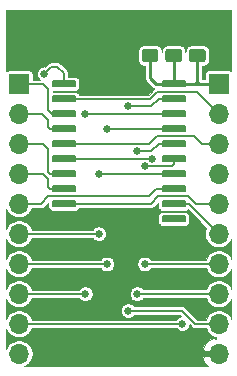
<source format=gbr>
G04 #@! TF.GenerationSoftware,KiCad,Pcbnew,(5.1.5)-3*
G04 #@! TF.CreationDate,2020-06-22T22:14:50-04:00*
G04 #@! TF.ProjectId,74X273 Simplified pinout,37345832-3733-4205-9369-6d706c696669,rev?*
G04 #@! TF.SameCoordinates,Original*
G04 #@! TF.FileFunction,Copper,L1,Top*
G04 #@! TF.FilePolarity,Positive*
%FSLAX46Y46*%
G04 Gerber Fmt 4.6, Leading zero omitted, Abs format (unit mm)*
G04 Created by KiCad (PCBNEW (5.1.5)-3) date 2020-06-22 22:14:50*
%MOMM*%
%LPD*%
G04 APERTURE LIST*
%ADD10C,0.100000*%
%ADD11O,1.700000X1.700000*%
%ADD12R,1.700000X1.700000*%
%ADD13C,1.000000*%
%ADD14C,0.650000*%
%ADD15C,0.600000*%
%ADD16C,0.254000*%
%ADD17C,0.139700*%
G04 APERTURE END LIST*
G04 #@! TA.AperFunction,SMDPad,CuDef*
D10*
G36*
X165574505Y-74526204D02*
G01*
X165598773Y-74529804D01*
X165622572Y-74535765D01*
X165645671Y-74544030D01*
X165667850Y-74554520D01*
X165688893Y-74567132D01*
X165708599Y-74581747D01*
X165726777Y-74598223D01*
X165743253Y-74616401D01*
X165757868Y-74636107D01*
X165770480Y-74657150D01*
X165780970Y-74679329D01*
X165789235Y-74702428D01*
X165795196Y-74726227D01*
X165798796Y-74750495D01*
X165800000Y-74774999D01*
X165800000Y-75425001D01*
X165798796Y-75449505D01*
X165795196Y-75473773D01*
X165789235Y-75497572D01*
X165780970Y-75520671D01*
X165770480Y-75542850D01*
X165757868Y-75563893D01*
X165743253Y-75583599D01*
X165726777Y-75601777D01*
X165708599Y-75618253D01*
X165688893Y-75632868D01*
X165667850Y-75645480D01*
X165645671Y-75655970D01*
X165622572Y-75664235D01*
X165598773Y-75670196D01*
X165574505Y-75673796D01*
X165550001Y-75675000D01*
X164649999Y-75675000D01*
X164625495Y-75673796D01*
X164601227Y-75670196D01*
X164577428Y-75664235D01*
X164554329Y-75655970D01*
X164532150Y-75645480D01*
X164511107Y-75632868D01*
X164491401Y-75618253D01*
X164473223Y-75601777D01*
X164456747Y-75583599D01*
X164442132Y-75563893D01*
X164429520Y-75542850D01*
X164419030Y-75520671D01*
X164410765Y-75497572D01*
X164404804Y-75473773D01*
X164401204Y-75449505D01*
X164400000Y-75425001D01*
X164400000Y-74774999D01*
X164401204Y-74750495D01*
X164404804Y-74726227D01*
X164410765Y-74702428D01*
X164419030Y-74679329D01*
X164429520Y-74657150D01*
X164442132Y-74636107D01*
X164456747Y-74616401D01*
X164473223Y-74598223D01*
X164491401Y-74581747D01*
X164511107Y-74567132D01*
X164532150Y-74554520D01*
X164554329Y-74544030D01*
X164577428Y-74535765D01*
X164601227Y-74529804D01*
X164625495Y-74526204D01*
X164649999Y-74525000D01*
X165550001Y-74525000D01*
X165574505Y-74526204D01*
G37*
G04 #@! TD.AperFunction*
G04 #@! TA.AperFunction,SMDPad,CuDef*
G36*
X165574505Y-72476204D02*
G01*
X165598773Y-72479804D01*
X165622572Y-72485765D01*
X165645671Y-72494030D01*
X165667850Y-72504520D01*
X165688893Y-72517132D01*
X165708599Y-72531747D01*
X165726777Y-72548223D01*
X165743253Y-72566401D01*
X165757868Y-72586107D01*
X165770480Y-72607150D01*
X165780970Y-72629329D01*
X165789235Y-72652428D01*
X165795196Y-72676227D01*
X165798796Y-72700495D01*
X165800000Y-72724999D01*
X165800000Y-73375001D01*
X165798796Y-73399505D01*
X165795196Y-73423773D01*
X165789235Y-73447572D01*
X165780970Y-73470671D01*
X165770480Y-73492850D01*
X165757868Y-73513893D01*
X165743253Y-73533599D01*
X165726777Y-73551777D01*
X165708599Y-73568253D01*
X165688893Y-73582868D01*
X165667850Y-73595480D01*
X165645671Y-73605970D01*
X165622572Y-73614235D01*
X165598773Y-73620196D01*
X165574505Y-73623796D01*
X165550001Y-73625000D01*
X164649999Y-73625000D01*
X164625495Y-73623796D01*
X164601227Y-73620196D01*
X164577428Y-73614235D01*
X164554329Y-73605970D01*
X164532150Y-73595480D01*
X164511107Y-73582868D01*
X164491401Y-73568253D01*
X164473223Y-73551777D01*
X164456747Y-73533599D01*
X164442132Y-73513893D01*
X164429520Y-73492850D01*
X164419030Y-73470671D01*
X164410765Y-73447572D01*
X164404804Y-73423773D01*
X164401204Y-73399505D01*
X164400000Y-73375001D01*
X164400000Y-72724999D01*
X164401204Y-72700495D01*
X164404804Y-72676227D01*
X164410765Y-72652428D01*
X164419030Y-72629329D01*
X164429520Y-72607150D01*
X164442132Y-72586107D01*
X164456747Y-72566401D01*
X164473223Y-72548223D01*
X164491401Y-72531747D01*
X164511107Y-72517132D01*
X164532150Y-72504520D01*
X164554329Y-72494030D01*
X164577428Y-72485765D01*
X164601227Y-72479804D01*
X164625495Y-72476204D01*
X164649999Y-72475000D01*
X165550001Y-72475000D01*
X165574505Y-72476204D01*
G37*
G04 #@! TD.AperFunction*
G04 #@! TA.AperFunction,SMDPad,CuDef*
G36*
X163574505Y-74526204D02*
G01*
X163598773Y-74529804D01*
X163622572Y-74535765D01*
X163645671Y-74544030D01*
X163667850Y-74554520D01*
X163688893Y-74567132D01*
X163708599Y-74581747D01*
X163726777Y-74598223D01*
X163743253Y-74616401D01*
X163757868Y-74636107D01*
X163770480Y-74657150D01*
X163780970Y-74679329D01*
X163789235Y-74702428D01*
X163795196Y-74726227D01*
X163798796Y-74750495D01*
X163800000Y-74774999D01*
X163800000Y-75425001D01*
X163798796Y-75449505D01*
X163795196Y-75473773D01*
X163789235Y-75497572D01*
X163780970Y-75520671D01*
X163770480Y-75542850D01*
X163757868Y-75563893D01*
X163743253Y-75583599D01*
X163726777Y-75601777D01*
X163708599Y-75618253D01*
X163688893Y-75632868D01*
X163667850Y-75645480D01*
X163645671Y-75655970D01*
X163622572Y-75664235D01*
X163598773Y-75670196D01*
X163574505Y-75673796D01*
X163550001Y-75675000D01*
X162649999Y-75675000D01*
X162625495Y-75673796D01*
X162601227Y-75670196D01*
X162577428Y-75664235D01*
X162554329Y-75655970D01*
X162532150Y-75645480D01*
X162511107Y-75632868D01*
X162491401Y-75618253D01*
X162473223Y-75601777D01*
X162456747Y-75583599D01*
X162442132Y-75563893D01*
X162429520Y-75542850D01*
X162419030Y-75520671D01*
X162410765Y-75497572D01*
X162404804Y-75473773D01*
X162401204Y-75449505D01*
X162400000Y-75425001D01*
X162400000Y-74774999D01*
X162401204Y-74750495D01*
X162404804Y-74726227D01*
X162410765Y-74702428D01*
X162419030Y-74679329D01*
X162429520Y-74657150D01*
X162442132Y-74636107D01*
X162456747Y-74616401D01*
X162473223Y-74598223D01*
X162491401Y-74581747D01*
X162511107Y-74567132D01*
X162532150Y-74554520D01*
X162554329Y-74544030D01*
X162577428Y-74535765D01*
X162601227Y-74529804D01*
X162625495Y-74526204D01*
X162649999Y-74525000D01*
X163550001Y-74525000D01*
X163574505Y-74526204D01*
G37*
G04 #@! TD.AperFunction*
G04 #@! TA.AperFunction,SMDPad,CuDef*
G36*
X163574505Y-72476204D02*
G01*
X163598773Y-72479804D01*
X163622572Y-72485765D01*
X163645671Y-72494030D01*
X163667850Y-72504520D01*
X163688893Y-72517132D01*
X163708599Y-72531747D01*
X163726777Y-72548223D01*
X163743253Y-72566401D01*
X163757868Y-72586107D01*
X163770480Y-72607150D01*
X163780970Y-72629329D01*
X163789235Y-72652428D01*
X163795196Y-72676227D01*
X163798796Y-72700495D01*
X163800000Y-72724999D01*
X163800000Y-73375001D01*
X163798796Y-73399505D01*
X163795196Y-73423773D01*
X163789235Y-73447572D01*
X163780970Y-73470671D01*
X163770480Y-73492850D01*
X163757868Y-73513893D01*
X163743253Y-73533599D01*
X163726777Y-73551777D01*
X163708599Y-73568253D01*
X163688893Y-73582868D01*
X163667850Y-73595480D01*
X163645671Y-73605970D01*
X163622572Y-73614235D01*
X163598773Y-73620196D01*
X163574505Y-73623796D01*
X163550001Y-73625000D01*
X162649999Y-73625000D01*
X162625495Y-73623796D01*
X162601227Y-73620196D01*
X162577428Y-73614235D01*
X162554329Y-73605970D01*
X162532150Y-73595480D01*
X162511107Y-73582868D01*
X162491401Y-73568253D01*
X162473223Y-73551777D01*
X162456747Y-73533599D01*
X162442132Y-73513893D01*
X162429520Y-73492850D01*
X162419030Y-73470671D01*
X162410765Y-73447572D01*
X162404804Y-73423773D01*
X162401204Y-73399505D01*
X162400000Y-73375001D01*
X162400000Y-72724999D01*
X162401204Y-72700495D01*
X162404804Y-72676227D01*
X162410765Y-72652428D01*
X162419030Y-72629329D01*
X162429520Y-72607150D01*
X162442132Y-72586107D01*
X162456747Y-72566401D01*
X162473223Y-72548223D01*
X162491401Y-72531747D01*
X162511107Y-72517132D01*
X162532150Y-72504520D01*
X162554329Y-72494030D01*
X162577428Y-72485765D01*
X162601227Y-72479804D01*
X162625495Y-72476204D01*
X162649999Y-72475000D01*
X163550001Y-72475000D01*
X163574505Y-72476204D01*
G37*
G04 #@! TD.AperFunction*
G04 #@! TA.AperFunction,SMDPad,CuDef*
G36*
X161574505Y-74526204D02*
G01*
X161598773Y-74529804D01*
X161622572Y-74535765D01*
X161645671Y-74544030D01*
X161667850Y-74554520D01*
X161688893Y-74567132D01*
X161708599Y-74581747D01*
X161726777Y-74598223D01*
X161743253Y-74616401D01*
X161757868Y-74636107D01*
X161770480Y-74657150D01*
X161780970Y-74679329D01*
X161789235Y-74702428D01*
X161795196Y-74726227D01*
X161798796Y-74750495D01*
X161800000Y-74774999D01*
X161800000Y-75425001D01*
X161798796Y-75449505D01*
X161795196Y-75473773D01*
X161789235Y-75497572D01*
X161780970Y-75520671D01*
X161770480Y-75542850D01*
X161757868Y-75563893D01*
X161743253Y-75583599D01*
X161726777Y-75601777D01*
X161708599Y-75618253D01*
X161688893Y-75632868D01*
X161667850Y-75645480D01*
X161645671Y-75655970D01*
X161622572Y-75664235D01*
X161598773Y-75670196D01*
X161574505Y-75673796D01*
X161550001Y-75675000D01*
X160649999Y-75675000D01*
X160625495Y-75673796D01*
X160601227Y-75670196D01*
X160577428Y-75664235D01*
X160554329Y-75655970D01*
X160532150Y-75645480D01*
X160511107Y-75632868D01*
X160491401Y-75618253D01*
X160473223Y-75601777D01*
X160456747Y-75583599D01*
X160442132Y-75563893D01*
X160429520Y-75542850D01*
X160419030Y-75520671D01*
X160410765Y-75497572D01*
X160404804Y-75473773D01*
X160401204Y-75449505D01*
X160400000Y-75425001D01*
X160400000Y-74774999D01*
X160401204Y-74750495D01*
X160404804Y-74726227D01*
X160410765Y-74702428D01*
X160419030Y-74679329D01*
X160429520Y-74657150D01*
X160442132Y-74636107D01*
X160456747Y-74616401D01*
X160473223Y-74598223D01*
X160491401Y-74581747D01*
X160511107Y-74567132D01*
X160532150Y-74554520D01*
X160554329Y-74544030D01*
X160577428Y-74535765D01*
X160601227Y-74529804D01*
X160625495Y-74526204D01*
X160649999Y-74525000D01*
X161550001Y-74525000D01*
X161574505Y-74526204D01*
G37*
G04 #@! TD.AperFunction*
G04 #@! TA.AperFunction,SMDPad,CuDef*
G36*
X161574505Y-72476204D02*
G01*
X161598773Y-72479804D01*
X161622572Y-72485765D01*
X161645671Y-72494030D01*
X161667850Y-72504520D01*
X161688893Y-72517132D01*
X161708599Y-72531747D01*
X161726777Y-72548223D01*
X161743253Y-72566401D01*
X161757868Y-72586107D01*
X161770480Y-72607150D01*
X161780970Y-72629329D01*
X161789235Y-72652428D01*
X161795196Y-72676227D01*
X161798796Y-72700495D01*
X161800000Y-72724999D01*
X161800000Y-73375001D01*
X161798796Y-73399505D01*
X161795196Y-73423773D01*
X161789235Y-73447572D01*
X161780970Y-73470671D01*
X161770480Y-73492850D01*
X161757868Y-73513893D01*
X161743253Y-73533599D01*
X161726777Y-73551777D01*
X161708599Y-73568253D01*
X161688893Y-73582868D01*
X161667850Y-73595480D01*
X161645671Y-73605970D01*
X161622572Y-73614235D01*
X161598773Y-73620196D01*
X161574505Y-73623796D01*
X161550001Y-73625000D01*
X160649999Y-73625000D01*
X160625495Y-73623796D01*
X160601227Y-73620196D01*
X160577428Y-73614235D01*
X160554329Y-73605970D01*
X160532150Y-73595480D01*
X160511107Y-73582868D01*
X160491401Y-73568253D01*
X160473223Y-73551777D01*
X160456747Y-73533599D01*
X160442132Y-73513893D01*
X160429520Y-73492850D01*
X160419030Y-73470671D01*
X160410765Y-73447572D01*
X160404804Y-73423773D01*
X160401204Y-73399505D01*
X160400000Y-73375001D01*
X160400000Y-72724999D01*
X160401204Y-72700495D01*
X160404804Y-72676227D01*
X160410765Y-72652428D01*
X160419030Y-72629329D01*
X160429520Y-72607150D01*
X160442132Y-72586107D01*
X160456747Y-72566401D01*
X160473223Y-72548223D01*
X160491401Y-72531747D01*
X160511107Y-72517132D01*
X160532150Y-72504520D01*
X160554329Y-72494030D01*
X160577428Y-72485765D01*
X160601227Y-72479804D01*
X160625495Y-72476204D01*
X160649999Y-72475000D01*
X161550001Y-72475000D01*
X161574505Y-72476204D01*
G37*
G04 #@! TD.AperFunction*
G04 #@! TA.AperFunction,SMDPad,CuDef*
G36*
X163989703Y-77200722D02*
G01*
X164004264Y-77202882D01*
X164018543Y-77206459D01*
X164032403Y-77211418D01*
X164045710Y-77217712D01*
X164058336Y-77225280D01*
X164070159Y-77234048D01*
X164081066Y-77243934D01*
X164090952Y-77254841D01*
X164099720Y-77266664D01*
X164107288Y-77279290D01*
X164113582Y-77292597D01*
X164118541Y-77306457D01*
X164122118Y-77320736D01*
X164124278Y-77335297D01*
X164125000Y-77350000D01*
X164125000Y-77650000D01*
X164124278Y-77664703D01*
X164122118Y-77679264D01*
X164118541Y-77693543D01*
X164113582Y-77707403D01*
X164107288Y-77720710D01*
X164099720Y-77733336D01*
X164090952Y-77745159D01*
X164081066Y-77756066D01*
X164070159Y-77765952D01*
X164058336Y-77774720D01*
X164045710Y-77782288D01*
X164032403Y-77788582D01*
X164018543Y-77793541D01*
X164004264Y-77797118D01*
X163989703Y-77799278D01*
X163975000Y-77800000D01*
X162225000Y-77800000D01*
X162210297Y-77799278D01*
X162195736Y-77797118D01*
X162181457Y-77793541D01*
X162167597Y-77788582D01*
X162154290Y-77782288D01*
X162141664Y-77774720D01*
X162129841Y-77765952D01*
X162118934Y-77756066D01*
X162109048Y-77745159D01*
X162100280Y-77733336D01*
X162092712Y-77720710D01*
X162086418Y-77707403D01*
X162081459Y-77693543D01*
X162077882Y-77679264D01*
X162075722Y-77664703D01*
X162075000Y-77650000D01*
X162075000Y-77350000D01*
X162075722Y-77335297D01*
X162077882Y-77320736D01*
X162081459Y-77306457D01*
X162086418Y-77292597D01*
X162092712Y-77279290D01*
X162100280Y-77266664D01*
X162109048Y-77254841D01*
X162118934Y-77243934D01*
X162129841Y-77234048D01*
X162141664Y-77225280D01*
X162154290Y-77217712D01*
X162167597Y-77211418D01*
X162181457Y-77206459D01*
X162195736Y-77202882D01*
X162210297Y-77200722D01*
X162225000Y-77200000D01*
X163975000Y-77200000D01*
X163989703Y-77200722D01*
G37*
G04 #@! TD.AperFunction*
G04 #@! TA.AperFunction,SMDPad,CuDef*
G36*
X163989703Y-78470722D02*
G01*
X164004264Y-78472882D01*
X164018543Y-78476459D01*
X164032403Y-78481418D01*
X164045710Y-78487712D01*
X164058336Y-78495280D01*
X164070159Y-78504048D01*
X164081066Y-78513934D01*
X164090952Y-78524841D01*
X164099720Y-78536664D01*
X164107288Y-78549290D01*
X164113582Y-78562597D01*
X164118541Y-78576457D01*
X164122118Y-78590736D01*
X164124278Y-78605297D01*
X164125000Y-78620000D01*
X164125000Y-78920000D01*
X164124278Y-78934703D01*
X164122118Y-78949264D01*
X164118541Y-78963543D01*
X164113582Y-78977403D01*
X164107288Y-78990710D01*
X164099720Y-79003336D01*
X164090952Y-79015159D01*
X164081066Y-79026066D01*
X164070159Y-79035952D01*
X164058336Y-79044720D01*
X164045710Y-79052288D01*
X164032403Y-79058582D01*
X164018543Y-79063541D01*
X164004264Y-79067118D01*
X163989703Y-79069278D01*
X163975000Y-79070000D01*
X162225000Y-79070000D01*
X162210297Y-79069278D01*
X162195736Y-79067118D01*
X162181457Y-79063541D01*
X162167597Y-79058582D01*
X162154290Y-79052288D01*
X162141664Y-79044720D01*
X162129841Y-79035952D01*
X162118934Y-79026066D01*
X162109048Y-79015159D01*
X162100280Y-79003336D01*
X162092712Y-78990710D01*
X162086418Y-78977403D01*
X162081459Y-78963543D01*
X162077882Y-78949264D01*
X162075722Y-78934703D01*
X162075000Y-78920000D01*
X162075000Y-78620000D01*
X162075722Y-78605297D01*
X162077882Y-78590736D01*
X162081459Y-78576457D01*
X162086418Y-78562597D01*
X162092712Y-78549290D01*
X162100280Y-78536664D01*
X162109048Y-78524841D01*
X162118934Y-78513934D01*
X162129841Y-78504048D01*
X162141664Y-78495280D01*
X162154290Y-78487712D01*
X162167597Y-78481418D01*
X162181457Y-78476459D01*
X162195736Y-78472882D01*
X162210297Y-78470722D01*
X162225000Y-78470000D01*
X163975000Y-78470000D01*
X163989703Y-78470722D01*
G37*
G04 #@! TD.AperFunction*
G04 #@! TA.AperFunction,SMDPad,CuDef*
G36*
X163989703Y-79740722D02*
G01*
X164004264Y-79742882D01*
X164018543Y-79746459D01*
X164032403Y-79751418D01*
X164045710Y-79757712D01*
X164058336Y-79765280D01*
X164070159Y-79774048D01*
X164081066Y-79783934D01*
X164090952Y-79794841D01*
X164099720Y-79806664D01*
X164107288Y-79819290D01*
X164113582Y-79832597D01*
X164118541Y-79846457D01*
X164122118Y-79860736D01*
X164124278Y-79875297D01*
X164125000Y-79890000D01*
X164125000Y-80190000D01*
X164124278Y-80204703D01*
X164122118Y-80219264D01*
X164118541Y-80233543D01*
X164113582Y-80247403D01*
X164107288Y-80260710D01*
X164099720Y-80273336D01*
X164090952Y-80285159D01*
X164081066Y-80296066D01*
X164070159Y-80305952D01*
X164058336Y-80314720D01*
X164045710Y-80322288D01*
X164032403Y-80328582D01*
X164018543Y-80333541D01*
X164004264Y-80337118D01*
X163989703Y-80339278D01*
X163975000Y-80340000D01*
X162225000Y-80340000D01*
X162210297Y-80339278D01*
X162195736Y-80337118D01*
X162181457Y-80333541D01*
X162167597Y-80328582D01*
X162154290Y-80322288D01*
X162141664Y-80314720D01*
X162129841Y-80305952D01*
X162118934Y-80296066D01*
X162109048Y-80285159D01*
X162100280Y-80273336D01*
X162092712Y-80260710D01*
X162086418Y-80247403D01*
X162081459Y-80233543D01*
X162077882Y-80219264D01*
X162075722Y-80204703D01*
X162075000Y-80190000D01*
X162075000Y-79890000D01*
X162075722Y-79875297D01*
X162077882Y-79860736D01*
X162081459Y-79846457D01*
X162086418Y-79832597D01*
X162092712Y-79819290D01*
X162100280Y-79806664D01*
X162109048Y-79794841D01*
X162118934Y-79783934D01*
X162129841Y-79774048D01*
X162141664Y-79765280D01*
X162154290Y-79757712D01*
X162167597Y-79751418D01*
X162181457Y-79746459D01*
X162195736Y-79742882D01*
X162210297Y-79740722D01*
X162225000Y-79740000D01*
X163975000Y-79740000D01*
X163989703Y-79740722D01*
G37*
G04 #@! TD.AperFunction*
G04 #@! TA.AperFunction,SMDPad,CuDef*
G36*
X163989703Y-81010722D02*
G01*
X164004264Y-81012882D01*
X164018543Y-81016459D01*
X164032403Y-81021418D01*
X164045710Y-81027712D01*
X164058336Y-81035280D01*
X164070159Y-81044048D01*
X164081066Y-81053934D01*
X164090952Y-81064841D01*
X164099720Y-81076664D01*
X164107288Y-81089290D01*
X164113582Y-81102597D01*
X164118541Y-81116457D01*
X164122118Y-81130736D01*
X164124278Y-81145297D01*
X164125000Y-81160000D01*
X164125000Y-81460000D01*
X164124278Y-81474703D01*
X164122118Y-81489264D01*
X164118541Y-81503543D01*
X164113582Y-81517403D01*
X164107288Y-81530710D01*
X164099720Y-81543336D01*
X164090952Y-81555159D01*
X164081066Y-81566066D01*
X164070159Y-81575952D01*
X164058336Y-81584720D01*
X164045710Y-81592288D01*
X164032403Y-81598582D01*
X164018543Y-81603541D01*
X164004264Y-81607118D01*
X163989703Y-81609278D01*
X163975000Y-81610000D01*
X162225000Y-81610000D01*
X162210297Y-81609278D01*
X162195736Y-81607118D01*
X162181457Y-81603541D01*
X162167597Y-81598582D01*
X162154290Y-81592288D01*
X162141664Y-81584720D01*
X162129841Y-81575952D01*
X162118934Y-81566066D01*
X162109048Y-81555159D01*
X162100280Y-81543336D01*
X162092712Y-81530710D01*
X162086418Y-81517403D01*
X162081459Y-81503543D01*
X162077882Y-81489264D01*
X162075722Y-81474703D01*
X162075000Y-81460000D01*
X162075000Y-81160000D01*
X162075722Y-81145297D01*
X162077882Y-81130736D01*
X162081459Y-81116457D01*
X162086418Y-81102597D01*
X162092712Y-81089290D01*
X162100280Y-81076664D01*
X162109048Y-81064841D01*
X162118934Y-81053934D01*
X162129841Y-81044048D01*
X162141664Y-81035280D01*
X162154290Y-81027712D01*
X162167597Y-81021418D01*
X162181457Y-81016459D01*
X162195736Y-81012882D01*
X162210297Y-81010722D01*
X162225000Y-81010000D01*
X163975000Y-81010000D01*
X163989703Y-81010722D01*
G37*
G04 #@! TD.AperFunction*
G04 #@! TA.AperFunction,SMDPad,CuDef*
G36*
X163989703Y-82280722D02*
G01*
X164004264Y-82282882D01*
X164018543Y-82286459D01*
X164032403Y-82291418D01*
X164045710Y-82297712D01*
X164058336Y-82305280D01*
X164070159Y-82314048D01*
X164081066Y-82323934D01*
X164090952Y-82334841D01*
X164099720Y-82346664D01*
X164107288Y-82359290D01*
X164113582Y-82372597D01*
X164118541Y-82386457D01*
X164122118Y-82400736D01*
X164124278Y-82415297D01*
X164125000Y-82430000D01*
X164125000Y-82730000D01*
X164124278Y-82744703D01*
X164122118Y-82759264D01*
X164118541Y-82773543D01*
X164113582Y-82787403D01*
X164107288Y-82800710D01*
X164099720Y-82813336D01*
X164090952Y-82825159D01*
X164081066Y-82836066D01*
X164070159Y-82845952D01*
X164058336Y-82854720D01*
X164045710Y-82862288D01*
X164032403Y-82868582D01*
X164018543Y-82873541D01*
X164004264Y-82877118D01*
X163989703Y-82879278D01*
X163975000Y-82880000D01*
X162225000Y-82880000D01*
X162210297Y-82879278D01*
X162195736Y-82877118D01*
X162181457Y-82873541D01*
X162167597Y-82868582D01*
X162154290Y-82862288D01*
X162141664Y-82854720D01*
X162129841Y-82845952D01*
X162118934Y-82836066D01*
X162109048Y-82825159D01*
X162100280Y-82813336D01*
X162092712Y-82800710D01*
X162086418Y-82787403D01*
X162081459Y-82773543D01*
X162077882Y-82759264D01*
X162075722Y-82744703D01*
X162075000Y-82730000D01*
X162075000Y-82430000D01*
X162075722Y-82415297D01*
X162077882Y-82400736D01*
X162081459Y-82386457D01*
X162086418Y-82372597D01*
X162092712Y-82359290D01*
X162100280Y-82346664D01*
X162109048Y-82334841D01*
X162118934Y-82323934D01*
X162129841Y-82314048D01*
X162141664Y-82305280D01*
X162154290Y-82297712D01*
X162167597Y-82291418D01*
X162181457Y-82286459D01*
X162195736Y-82282882D01*
X162210297Y-82280722D01*
X162225000Y-82280000D01*
X163975000Y-82280000D01*
X163989703Y-82280722D01*
G37*
G04 #@! TD.AperFunction*
G04 #@! TA.AperFunction,SMDPad,CuDef*
G36*
X163989703Y-83550722D02*
G01*
X164004264Y-83552882D01*
X164018543Y-83556459D01*
X164032403Y-83561418D01*
X164045710Y-83567712D01*
X164058336Y-83575280D01*
X164070159Y-83584048D01*
X164081066Y-83593934D01*
X164090952Y-83604841D01*
X164099720Y-83616664D01*
X164107288Y-83629290D01*
X164113582Y-83642597D01*
X164118541Y-83656457D01*
X164122118Y-83670736D01*
X164124278Y-83685297D01*
X164125000Y-83700000D01*
X164125000Y-84000000D01*
X164124278Y-84014703D01*
X164122118Y-84029264D01*
X164118541Y-84043543D01*
X164113582Y-84057403D01*
X164107288Y-84070710D01*
X164099720Y-84083336D01*
X164090952Y-84095159D01*
X164081066Y-84106066D01*
X164070159Y-84115952D01*
X164058336Y-84124720D01*
X164045710Y-84132288D01*
X164032403Y-84138582D01*
X164018543Y-84143541D01*
X164004264Y-84147118D01*
X163989703Y-84149278D01*
X163975000Y-84150000D01*
X162225000Y-84150000D01*
X162210297Y-84149278D01*
X162195736Y-84147118D01*
X162181457Y-84143541D01*
X162167597Y-84138582D01*
X162154290Y-84132288D01*
X162141664Y-84124720D01*
X162129841Y-84115952D01*
X162118934Y-84106066D01*
X162109048Y-84095159D01*
X162100280Y-84083336D01*
X162092712Y-84070710D01*
X162086418Y-84057403D01*
X162081459Y-84043543D01*
X162077882Y-84029264D01*
X162075722Y-84014703D01*
X162075000Y-84000000D01*
X162075000Y-83700000D01*
X162075722Y-83685297D01*
X162077882Y-83670736D01*
X162081459Y-83656457D01*
X162086418Y-83642597D01*
X162092712Y-83629290D01*
X162100280Y-83616664D01*
X162109048Y-83604841D01*
X162118934Y-83593934D01*
X162129841Y-83584048D01*
X162141664Y-83575280D01*
X162154290Y-83567712D01*
X162167597Y-83561418D01*
X162181457Y-83556459D01*
X162195736Y-83552882D01*
X162210297Y-83550722D01*
X162225000Y-83550000D01*
X163975000Y-83550000D01*
X163989703Y-83550722D01*
G37*
G04 #@! TD.AperFunction*
G04 #@! TA.AperFunction,SMDPad,CuDef*
G36*
X163989703Y-84820722D02*
G01*
X164004264Y-84822882D01*
X164018543Y-84826459D01*
X164032403Y-84831418D01*
X164045710Y-84837712D01*
X164058336Y-84845280D01*
X164070159Y-84854048D01*
X164081066Y-84863934D01*
X164090952Y-84874841D01*
X164099720Y-84886664D01*
X164107288Y-84899290D01*
X164113582Y-84912597D01*
X164118541Y-84926457D01*
X164122118Y-84940736D01*
X164124278Y-84955297D01*
X164125000Y-84970000D01*
X164125000Y-85270000D01*
X164124278Y-85284703D01*
X164122118Y-85299264D01*
X164118541Y-85313543D01*
X164113582Y-85327403D01*
X164107288Y-85340710D01*
X164099720Y-85353336D01*
X164090952Y-85365159D01*
X164081066Y-85376066D01*
X164070159Y-85385952D01*
X164058336Y-85394720D01*
X164045710Y-85402288D01*
X164032403Y-85408582D01*
X164018543Y-85413541D01*
X164004264Y-85417118D01*
X163989703Y-85419278D01*
X163975000Y-85420000D01*
X162225000Y-85420000D01*
X162210297Y-85419278D01*
X162195736Y-85417118D01*
X162181457Y-85413541D01*
X162167597Y-85408582D01*
X162154290Y-85402288D01*
X162141664Y-85394720D01*
X162129841Y-85385952D01*
X162118934Y-85376066D01*
X162109048Y-85365159D01*
X162100280Y-85353336D01*
X162092712Y-85340710D01*
X162086418Y-85327403D01*
X162081459Y-85313543D01*
X162077882Y-85299264D01*
X162075722Y-85284703D01*
X162075000Y-85270000D01*
X162075000Y-84970000D01*
X162075722Y-84955297D01*
X162077882Y-84940736D01*
X162081459Y-84926457D01*
X162086418Y-84912597D01*
X162092712Y-84899290D01*
X162100280Y-84886664D01*
X162109048Y-84874841D01*
X162118934Y-84863934D01*
X162129841Y-84854048D01*
X162141664Y-84845280D01*
X162154290Y-84837712D01*
X162167597Y-84831418D01*
X162181457Y-84826459D01*
X162195736Y-84822882D01*
X162210297Y-84820722D01*
X162225000Y-84820000D01*
X163975000Y-84820000D01*
X163989703Y-84820722D01*
G37*
G04 #@! TD.AperFunction*
G04 #@! TA.AperFunction,SMDPad,CuDef*
G36*
X163989703Y-86090722D02*
G01*
X164004264Y-86092882D01*
X164018543Y-86096459D01*
X164032403Y-86101418D01*
X164045710Y-86107712D01*
X164058336Y-86115280D01*
X164070159Y-86124048D01*
X164081066Y-86133934D01*
X164090952Y-86144841D01*
X164099720Y-86156664D01*
X164107288Y-86169290D01*
X164113582Y-86182597D01*
X164118541Y-86196457D01*
X164122118Y-86210736D01*
X164124278Y-86225297D01*
X164125000Y-86240000D01*
X164125000Y-86540000D01*
X164124278Y-86554703D01*
X164122118Y-86569264D01*
X164118541Y-86583543D01*
X164113582Y-86597403D01*
X164107288Y-86610710D01*
X164099720Y-86623336D01*
X164090952Y-86635159D01*
X164081066Y-86646066D01*
X164070159Y-86655952D01*
X164058336Y-86664720D01*
X164045710Y-86672288D01*
X164032403Y-86678582D01*
X164018543Y-86683541D01*
X164004264Y-86687118D01*
X163989703Y-86689278D01*
X163975000Y-86690000D01*
X162225000Y-86690000D01*
X162210297Y-86689278D01*
X162195736Y-86687118D01*
X162181457Y-86683541D01*
X162167597Y-86678582D01*
X162154290Y-86672288D01*
X162141664Y-86664720D01*
X162129841Y-86655952D01*
X162118934Y-86646066D01*
X162109048Y-86635159D01*
X162100280Y-86623336D01*
X162092712Y-86610710D01*
X162086418Y-86597403D01*
X162081459Y-86583543D01*
X162077882Y-86569264D01*
X162075722Y-86554703D01*
X162075000Y-86540000D01*
X162075000Y-86240000D01*
X162075722Y-86225297D01*
X162077882Y-86210736D01*
X162081459Y-86196457D01*
X162086418Y-86182597D01*
X162092712Y-86169290D01*
X162100280Y-86156664D01*
X162109048Y-86144841D01*
X162118934Y-86133934D01*
X162129841Y-86124048D01*
X162141664Y-86115280D01*
X162154290Y-86107712D01*
X162167597Y-86101418D01*
X162181457Y-86096459D01*
X162195736Y-86092882D01*
X162210297Y-86090722D01*
X162225000Y-86090000D01*
X163975000Y-86090000D01*
X163989703Y-86090722D01*
G37*
G04 #@! TD.AperFunction*
G04 #@! TA.AperFunction,SMDPad,CuDef*
G36*
X163989703Y-87360722D02*
G01*
X164004264Y-87362882D01*
X164018543Y-87366459D01*
X164032403Y-87371418D01*
X164045710Y-87377712D01*
X164058336Y-87385280D01*
X164070159Y-87394048D01*
X164081066Y-87403934D01*
X164090952Y-87414841D01*
X164099720Y-87426664D01*
X164107288Y-87439290D01*
X164113582Y-87452597D01*
X164118541Y-87466457D01*
X164122118Y-87480736D01*
X164124278Y-87495297D01*
X164125000Y-87510000D01*
X164125000Y-87810000D01*
X164124278Y-87824703D01*
X164122118Y-87839264D01*
X164118541Y-87853543D01*
X164113582Y-87867403D01*
X164107288Y-87880710D01*
X164099720Y-87893336D01*
X164090952Y-87905159D01*
X164081066Y-87916066D01*
X164070159Y-87925952D01*
X164058336Y-87934720D01*
X164045710Y-87942288D01*
X164032403Y-87948582D01*
X164018543Y-87953541D01*
X164004264Y-87957118D01*
X163989703Y-87959278D01*
X163975000Y-87960000D01*
X162225000Y-87960000D01*
X162210297Y-87959278D01*
X162195736Y-87957118D01*
X162181457Y-87953541D01*
X162167597Y-87948582D01*
X162154290Y-87942288D01*
X162141664Y-87934720D01*
X162129841Y-87925952D01*
X162118934Y-87916066D01*
X162109048Y-87905159D01*
X162100280Y-87893336D01*
X162092712Y-87880710D01*
X162086418Y-87867403D01*
X162081459Y-87853543D01*
X162077882Y-87839264D01*
X162075722Y-87824703D01*
X162075000Y-87810000D01*
X162075000Y-87510000D01*
X162075722Y-87495297D01*
X162077882Y-87480736D01*
X162081459Y-87466457D01*
X162086418Y-87452597D01*
X162092712Y-87439290D01*
X162100280Y-87426664D01*
X162109048Y-87414841D01*
X162118934Y-87403934D01*
X162129841Y-87394048D01*
X162141664Y-87385280D01*
X162154290Y-87377712D01*
X162167597Y-87371418D01*
X162181457Y-87366459D01*
X162195736Y-87362882D01*
X162210297Y-87360722D01*
X162225000Y-87360000D01*
X163975000Y-87360000D01*
X163989703Y-87360722D01*
G37*
G04 #@! TD.AperFunction*
G04 #@! TA.AperFunction,SMDPad,CuDef*
G36*
X163989703Y-88630722D02*
G01*
X164004264Y-88632882D01*
X164018543Y-88636459D01*
X164032403Y-88641418D01*
X164045710Y-88647712D01*
X164058336Y-88655280D01*
X164070159Y-88664048D01*
X164081066Y-88673934D01*
X164090952Y-88684841D01*
X164099720Y-88696664D01*
X164107288Y-88709290D01*
X164113582Y-88722597D01*
X164118541Y-88736457D01*
X164122118Y-88750736D01*
X164124278Y-88765297D01*
X164125000Y-88780000D01*
X164125000Y-89080000D01*
X164124278Y-89094703D01*
X164122118Y-89109264D01*
X164118541Y-89123543D01*
X164113582Y-89137403D01*
X164107288Y-89150710D01*
X164099720Y-89163336D01*
X164090952Y-89175159D01*
X164081066Y-89186066D01*
X164070159Y-89195952D01*
X164058336Y-89204720D01*
X164045710Y-89212288D01*
X164032403Y-89218582D01*
X164018543Y-89223541D01*
X164004264Y-89227118D01*
X163989703Y-89229278D01*
X163975000Y-89230000D01*
X162225000Y-89230000D01*
X162210297Y-89229278D01*
X162195736Y-89227118D01*
X162181457Y-89223541D01*
X162167597Y-89218582D01*
X162154290Y-89212288D01*
X162141664Y-89204720D01*
X162129841Y-89195952D01*
X162118934Y-89186066D01*
X162109048Y-89175159D01*
X162100280Y-89163336D01*
X162092712Y-89150710D01*
X162086418Y-89137403D01*
X162081459Y-89123543D01*
X162077882Y-89109264D01*
X162075722Y-89094703D01*
X162075000Y-89080000D01*
X162075000Y-88780000D01*
X162075722Y-88765297D01*
X162077882Y-88750736D01*
X162081459Y-88736457D01*
X162086418Y-88722597D01*
X162092712Y-88709290D01*
X162100280Y-88696664D01*
X162109048Y-88684841D01*
X162118934Y-88673934D01*
X162129841Y-88664048D01*
X162141664Y-88655280D01*
X162154290Y-88647712D01*
X162167597Y-88641418D01*
X162181457Y-88636459D01*
X162195736Y-88632882D01*
X162210297Y-88630722D01*
X162225000Y-88630000D01*
X163975000Y-88630000D01*
X163989703Y-88630722D01*
G37*
G04 #@! TD.AperFunction*
G04 #@! TA.AperFunction,SMDPad,CuDef*
G36*
X154689703Y-88630722D02*
G01*
X154704264Y-88632882D01*
X154718543Y-88636459D01*
X154732403Y-88641418D01*
X154745710Y-88647712D01*
X154758336Y-88655280D01*
X154770159Y-88664048D01*
X154781066Y-88673934D01*
X154790952Y-88684841D01*
X154799720Y-88696664D01*
X154807288Y-88709290D01*
X154813582Y-88722597D01*
X154818541Y-88736457D01*
X154822118Y-88750736D01*
X154824278Y-88765297D01*
X154825000Y-88780000D01*
X154825000Y-89080000D01*
X154824278Y-89094703D01*
X154822118Y-89109264D01*
X154818541Y-89123543D01*
X154813582Y-89137403D01*
X154807288Y-89150710D01*
X154799720Y-89163336D01*
X154790952Y-89175159D01*
X154781066Y-89186066D01*
X154770159Y-89195952D01*
X154758336Y-89204720D01*
X154745710Y-89212288D01*
X154732403Y-89218582D01*
X154718543Y-89223541D01*
X154704264Y-89227118D01*
X154689703Y-89229278D01*
X154675000Y-89230000D01*
X152925000Y-89230000D01*
X152910297Y-89229278D01*
X152895736Y-89227118D01*
X152881457Y-89223541D01*
X152867597Y-89218582D01*
X152854290Y-89212288D01*
X152841664Y-89204720D01*
X152829841Y-89195952D01*
X152818934Y-89186066D01*
X152809048Y-89175159D01*
X152800280Y-89163336D01*
X152792712Y-89150710D01*
X152786418Y-89137403D01*
X152781459Y-89123543D01*
X152777882Y-89109264D01*
X152775722Y-89094703D01*
X152775000Y-89080000D01*
X152775000Y-88780000D01*
X152775722Y-88765297D01*
X152777882Y-88750736D01*
X152781459Y-88736457D01*
X152786418Y-88722597D01*
X152792712Y-88709290D01*
X152800280Y-88696664D01*
X152809048Y-88684841D01*
X152818934Y-88673934D01*
X152829841Y-88664048D01*
X152841664Y-88655280D01*
X152854290Y-88647712D01*
X152867597Y-88641418D01*
X152881457Y-88636459D01*
X152895736Y-88632882D01*
X152910297Y-88630722D01*
X152925000Y-88630000D01*
X154675000Y-88630000D01*
X154689703Y-88630722D01*
G37*
G04 #@! TD.AperFunction*
G04 #@! TA.AperFunction,SMDPad,CuDef*
G36*
X154689703Y-87360722D02*
G01*
X154704264Y-87362882D01*
X154718543Y-87366459D01*
X154732403Y-87371418D01*
X154745710Y-87377712D01*
X154758336Y-87385280D01*
X154770159Y-87394048D01*
X154781066Y-87403934D01*
X154790952Y-87414841D01*
X154799720Y-87426664D01*
X154807288Y-87439290D01*
X154813582Y-87452597D01*
X154818541Y-87466457D01*
X154822118Y-87480736D01*
X154824278Y-87495297D01*
X154825000Y-87510000D01*
X154825000Y-87810000D01*
X154824278Y-87824703D01*
X154822118Y-87839264D01*
X154818541Y-87853543D01*
X154813582Y-87867403D01*
X154807288Y-87880710D01*
X154799720Y-87893336D01*
X154790952Y-87905159D01*
X154781066Y-87916066D01*
X154770159Y-87925952D01*
X154758336Y-87934720D01*
X154745710Y-87942288D01*
X154732403Y-87948582D01*
X154718543Y-87953541D01*
X154704264Y-87957118D01*
X154689703Y-87959278D01*
X154675000Y-87960000D01*
X152925000Y-87960000D01*
X152910297Y-87959278D01*
X152895736Y-87957118D01*
X152881457Y-87953541D01*
X152867597Y-87948582D01*
X152854290Y-87942288D01*
X152841664Y-87934720D01*
X152829841Y-87925952D01*
X152818934Y-87916066D01*
X152809048Y-87905159D01*
X152800280Y-87893336D01*
X152792712Y-87880710D01*
X152786418Y-87867403D01*
X152781459Y-87853543D01*
X152777882Y-87839264D01*
X152775722Y-87824703D01*
X152775000Y-87810000D01*
X152775000Y-87510000D01*
X152775722Y-87495297D01*
X152777882Y-87480736D01*
X152781459Y-87466457D01*
X152786418Y-87452597D01*
X152792712Y-87439290D01*
X152800280Y-87426664D01*
X152809048Y-87414841D01*
X152818934Y-87403934D01*
X152829841Y-87394048D01*
X152841664Y-87385280D01*
X152854290Y-87377712D01*
X152867597Y-87371418D01*
X152881457Y-87366459D01*
X152895736Y-87362882D01*
X152910297Y-87360722D01*
X152925000Y-87360000D01*
X154675000Y-87360000D01*
X154689703Y-87360722D01*
G37*
G04 #@! TD.AperFunction*
G04 #@! TA.AperFunction,SMDPad,CuDef*
G36*
X154689703Y-86090722D02*
G01*
X154704264Y-86092882D01*
X154718543Y-86096459D01*
X154732403Y-86101418D01*
X154745710Y-86107712D01*
X154758336Y-86115280D01*
X154770159Y-86124048D01*
X154781066Y-86133934D01*
X154790952Y-86144841D01*
X154799720Y-86156664D01*
X154807288Y-86169290D01*
X154813582Y-86182597D01*
X154818541Y-86196457D01*
X154822118Y-86210736D01*
X154824278Y-86225297D01*
X154825000Y-86240000D01*
X154825000Y-86540000D01*
X154824278Y-86554703D01*
X154822118Y-86569264D01*
X154818541Y-86583543D01*
X154813582Y-86597403D01*
X154807288Y-86610710D01*
X154799720Y-86623336D01*
X154790952Y-86635159D01*
X154781066Y-86646066D01*
X154770159Y-86655952D01*
X154758336Y-86664720D01*
X154745710Y-86672288D01*
X154732403Y-86678582D01*
X154718543Y-86683541D01*
X154704264Y-86687118D01*
X154689703Y-86689278D01*
X154675000Y-86690000D01*
X152925000Y-86690000D01*
X152910297Y-86689278D01*
X152895736Y-86687118D01*
X152881457Y-86683541D01*
X152867597Y-86678582D01*
X152854290Y-86672288D01*
X152841664Y-86664720D01*
X152829841Y-86655952D01*
X152818934Y-86646066D01*
X152809048Y-86635159D01*
X152800280Y-86623336D01*
X152792712Y-86610710D01*
X152786418Y-86597403D01*
X152781459Y-86583543D01*
X152777882Y-86569264D01*
X152775722Y-86554703D01*
X152775000Y-86540000D01*
X152775000Y-86240000D01*
X152775722Y-86225297D01*
X152777882Y-86210736D01*
X152781459Y-86196457D01*
X152786418Y-86182597D01*
X152792712Y-86169290D01*
X152800280Y-86156664D01*
X152809048Y-86144841D01*
X152818934Y-86133934D01*
X152829841Y-86124048D01*
X152841664Y-86115280D01*
X152854290Y-86107712D01*
X152867597Y-86101418D01*
X152881457Y-86096459D01*
X152895736Y-86092882D01*
X152910297Y-86090722D01*
X152925000Y-86090000D01*
X154675000Y-86090000D01*
X154689703Y-86090722D01*
G37*
G04 #@! TD.AperFunction*
G04 #@! TA.AperFunction,SMDPad,CuDef*
G36*
X154689703Y-84820722D02*
G01*
X154704264Y-84822882D01*
X154718543Y-84826459D01*
X154732403Y-84831418D01*
X154745710Y-84837712D01*
X154758336Y-84845280D01*
X154770159Y-84854048D01*
X154781066Y-84863934D01*
X154790952Y-84874841D01*
X154799720Y-84886664D01*
X154807288Y-84899290D01*
X154813582Y-84912597D01*
X154818541Y-84926457D01*
X154822118Y-84940736D01*
X154824278Y-84955297D01*
X154825000Y-84970000D01*
X154825000Y-85270000D01*
X154824278Y-85284703D01*
X154822118Y-85299264D01*
X154818541Y-85313543D01*
X154813582Y-85327403D01*
X154807288Y-85340710D01*
X154799720Y-85353336D01*
X154790952Y-85365159D01*
X154781066Y-85376066D01*
X154770159Y-85385952D01*
X154758336Y-85394720D01*
X154745710Y-85402288D01*
X154732403Y-85408582D01*
X154718543Y-85413541D01*
X154704264Y-85417118D01*
X154689703Y-85419278D01*
X154675000Y-85420000D01*
X152925000Y-85420000D01*
X152910297Y-85419278D01*
X152895736Y-85417118D01*
X152881457Y-85413541D01*
X152867597Y-85408582D01*
X152854290Y-85402288D01*
X152841664Y-85394720D01*
X152829841Y-85385952D01*
X152818934Y-85376066D01*
X152809048Y-85365159D01*
X152800280Y-85353336D01*
X152792712Y-85340710D01*
X152786418Y-85327403D01*
X152781459Y-85313543D01*
X152777882Y-85299264D01*
X152775722Y-85284703D01*
X152775000Y-85270000D01*
X152775000Y-84970000D01*
X152775722Y-84955297D01*
X152777882Y-84940736D01*
X152781459Y-84926457D01*
X152786418Y-84912597D01*
X152792712Y-84899290D01*
X152800280Y-84886664D01*
X152809048Y-84874841D01*
X152818934Y-84863934D01*
X152829841Y-84854048D01*
X152841664Y-84845280D01*
X152854290Y-84837712D01*
X152867597Y-84831418D01*
X152881457Y-84826459D01*
X152895736Y-84822882D01*
X152910297Y-84820722D01*
X152925000Y-84820000D01*
X154675000Y-84820000D01*
X154689703Y-84820722D01*
G37*
G04 #@! TD.AperFunction*
G04 #@! TA.AperFunction,SMDPad,CuDef*
G36*
X154689703Y-83550722D02*
G01*
X154704264Y-83552882D01*
X154718543Y-83556459D01*
X154732403Y-83561418D01*
X154745710Y-83567712D01*
X154758336Y-83575280D01*
X154770159Y-83584048D01*
X154781066Y-83593934D01*
X154790952Y-83604841D01*
X154799720Y-83616664D01*
X154807288Y-83629290D01*
X154813582Y-83642597D01*
X154818541Y-83656457D01*
X154822118Y-83670736D01*
X154824278Y-83685297D01*
X154825000Y-83700000D01*
X154825000Y-84000000D01*
X154824278Y-84014703D01*
X154822118Y-84029264D01*
X154818541Y-84043543D01*
X154813582Y-84057403D01*
X154807288Y-84070710D01*
X154799720Y-84083336D01*
X154790952Y-84095159D01*
X154781066Y-84106066D01*
X154770159Y-84115952D01*
X154758336Y-84124720D01*
X154745710Y-84132288D01*
X154732403Y-84138582D01*
X154718543Y-84143541D01*
X154704264Y-84147118D01*
X154689703Y-84149278D01*
X154675000Y-84150000D01*
X152925000Y-84150000D01*
X152910297Y-84149278D01*
X152895736Y-84147118D01*
X152881457Y-84143541D01*
X152867597Y-84138582D01*
X152854290Y-84132288D01*
X152841664Y-84124720D01*
X152829841Y-84115952D01*
X152818934Y-84106066D01*
X152809048Y-84095159D01*
X152800280Y-84083336D01*
X152792712Y-84070710D01*
X152786418Y-84057403D01*
X152781459Y-84043543D01*
X152777882Y-84029264D01*
X152775722Y-84014703D01*
X152775000Y-84000000D01*
X152775000Y-83700000D01*
X152775722Y-83685297D01*
X152777882Y-83670736D01*
X152781459Y-83656457D01*
X152786418Y-83642597D01*
X152792712Y-83629290D01*
X152800280Y-83616664D01*
X152809048Y-83604841D01*
X152818934Y-83593934D01*
X152829841Y-83584048D01*
X152841664Y-83575280D01*
X152854290Y-83567712D01*
X152867597Y-83561418D01*
X152881457Y-83556459D01*
X152895736Y-83552882D01*
X152910297Y-83550722D01*
X152925000Y-83550000D01*
X154675000Y-83550000D01*
X154689703Y-83550722D01*
G37*
G04 #@! TD.AperFunction*
G04 #@! TA.AperFunction,SMDPad,CuDef*
G36*
X154689703Y-82280722D02*
G01*
X154704264Y-82282882D01*
X154718543Y-82286459D01*
X154732403Y-82291418D01*
X154745710Y-82297712D01*
X154758336Y-82305280D01*
X154770159Y-82314048D01*
X154781066Y-82323934D01*
X154790952Y-82334841D01*
X154799720Y-82346664D01*
X154807288Y-82359290D01*
X154813582Y-82372597D01*
X154818541Y-82386457D01*
X154822118Y-82400736D01*
X154824278Y-82415297D01*
X154825000Y-82430000D01*
X154825000Y-82730000D01*
X154824278Y-82744703D01*
X154822118Y-82759264D01*
X154818541Y-82773543D01*
X154813582Y-82787403D01*
X154807288Y-82800710D01*
X154799720Y-82813336D01*
X154790952Y-82825159D01*
X154781066Y-82836066D01*
X154770159Y-82845952D01*
X154758336Y-82854720D01*
X154745710Y-82862288D01*
X154732403Y-82868582D01*
X154718543Y-82873541D01*
X154704264Y-82877118D01*
X154689703Y-82879278D01*
X154675000Y-82880000D01*
X152925000Y-82880000D01*
X152910297Y-82879278D01*
X152895736Y-82877118D01*
X152881457Y-82873541D01*
X152867597Y-82868582D01*
X152854290Y-82862288D01*
X152841664Y-82854720D01*
X152829841Y-82845952D01*
X152818934Y-82836066D01*
X152809048Y-82825159D01*
X152800280Y-82813336D01*
X152792712Y-82800710D01*
X152786418Y-82787403D01*
X152781459Y-82773543D01*
X152777882Y-82759264D01*
X152775722Y-82744703D01*
X152775000Y-82730000D01*
X152775000Y-82430000D01*
X152775722Y-82415297D01*
X152777882Y-82400736D01*
X152781459Y-82386457D01*
X152786418Y-82372597D01*
X152792712Y-82359290D01*
X152800280Y-82346664D01*
X152809048Y-82334841D01*
X152818934Y-82323934D01*
X152829841Y-82314048D01*
X152841664Y-82305280D01*
X152854290Y-82297712D01*
X152867597Y-82291418D01*
X152881457Y-82286459D01*
X152895736Y-82282882D01*
X152910297Y-82280722D01*
X152925000Y-82280000D01*
X154675000Y-82280000D01*
X154689703Y-82280722D01*
G37*
G04 #@! TD.AperFunction*
G04 #@! TA.AperFunction,SMDPad,CuDef*
G36*
X154689703Y-81010722D02*
G01*
X154704264Y-81012882D01*
X154718543Y-81016459D01*
X154732403Y-81021418D01*
X154745710Y-81027712D01*
X154758336Y-81035280D01*
X154770159Y-81044048D01*
X154781066Y-81053934D01*
X154790952Y-81064841D01*
X154799720Y-81076664D01*
X154807288Y-81089290D01*
X154813582Y-81102597D01*
X154818541Y-81116457D01*
X154822118Y-81130736D01*
X154824278Y-81145297D01*
X154825000Y-81160000D01*
X154825000Y-81460000D01*
X154824278Y-81474703D01*
X154822118Y-81489264D01*
X154818541Y-81503543D01*
X154813582Y-81517403D01*
X154807288Y-81530710D01*
X154799720Y-81543336D01*
X154790952Y-81555159D01*
X154781066Y-81566066D01*
X154770159Y-81575952D01*
X154758336Y-81584720D01*
X154745710Y-81592288D01*
X154732403Y-81598582D01*
X154718543Y-81603541D01*
X154704264Y-81607118D01*
X154689703Y-81609278D01*
X154675000Y-81610000D01*
X152925000Y-81610000D01*
X152910297Y-81609278D01*
X152895736Y-81607118D01*
X152881457Y-81603541D01*
X152867597Y-81598582D01*
X152854290Y-81592288D01*
X152841664Y-81584720D01*
X152829841Y-81575952D01*
X152818934Y-81566066D01*
X152809048Y-81555159D01*
X152800280Y-81543336D01*
X152792712Y-81530710D01*
X152786418Y-81517403D01*
X152781459Y-81503543D01*
X152777882Y-81489264D01*
X152775722Y-81474703D01*
X152775000Y-81460000D01*
X152775000Y-81160000D01*
X152775722Y-81145297D01*
X152777882Y-81130736D01*
X152781459Y-81116457D01*
X152786418Y-81102597D01*
X152792712Y-81089290D01*
X152800280Y-81076664D01*
X152809048Y-81064841D01*
X152818934Y-81053934D01*
X152829841Y-81044048D01*
X152841664Y-81035280D01*
X152854290Y-81027712D01*
X152867597Y-81021418D01*
X152881457Y-81016459D01*
X152895736Y-81012882D01*
X152910297Y-81010722D01*
X152925000Y-81010000D01*
X154675000Y-81010000D01*
X154689703Y-81010722D01*
G37*
G04 #@! TD.AperFunction*
G04 #@! TA.AperFunction,SMDPad,CuDef*
G36*
X154689703Y-79740722D02*
G01*
X154704264Y-79742882D01*
X154718543Y-79746459D01*
X154732403Y-79751418D01*
X154745710Y-79757712D01*
X154758336Y-79765280D01*
X154770159Y-79774048D01*
X154781066Y-79783934D01*
X154790952Y-79794841D01*
X154799720Y-79806664D01*
X154807288Y-79819290D01*
X154813582Y-79832597D01*
X154818541Y-79846457D01*
X154822118Y-79860736D01*
X154824278Y-79875297D01*
X154825000Y-79890000D01*
X154825000Y-80190000D01*
X154824278Y-80204703D01*
X154822118Y-80219264D01*
X154818541Y-80233543D01*
X154813582Y-80247403D01*
X154807288Y-80260710D01*
X154799720Y-80273336D01*
X154790952Y-80285159D01*
X154781066Y-80296066D01*
X154770159Y-80305952D01*
X154758336Y-80314720D01*
X154745710Y-80322288D01*
X154732403Y-80328582D01*
X154718543Y-80333541D01*
X154704264Y-80337118D01*
X154689703Y-80339278D01*
X154675000Y-80340000D01*
X152925000Y-80340000D01*
X152910297Y-80339278D01*
X152895736Y-80337118D01*
X152881457Y-80333541D01*
X152867597Y-80328582D01*
X152854290Y-80322288D01*
X152841664Y-80314720D01*
X152829841Y-80305952D01*
X152818934Y-80296066D01*
X152809048Y-80285159D01*
X152800280Y-80273336D01*
X152792712Y-80260710D01*
X152786418Y-80247403D01*
X152781459Y-80233543D01*
X152777882Y-80219264D01*
X152775722Y-80204703D01*
X152775000Y-80190000D01*
X152775000Y-79890000D01*
X152775722Y-79875297D01*
X152777882Y-79860736D01*
X152781459Y-79846457D01*
X152786418Y-79832597D01*
X152792712Y-79819290D01*
X152800280Y-79806664D01*
X152809048Y-79794841D01*
X152818934Y-79783934D01*
X152829841Y-79774048D01*
X152841664Y-79765280D01*
X152854290Y-79757712D01*
X152867597Y-79751418D01*
X152881457Y-79746459D01*
X152895736Y-79742882D01*
X152910297Y-79740722D01*
X152925000Y-79740000D01*
X154675000Y-79740000D01*
X154689703Y-79740722D01*
G37*
G04 #@! TD.AperFunction*
G04 #@! TA.AperFunction,SMDPad,CuDef*
G36*
X154689703Y-78470722D02*
G01*
X154704264Y-78472882D01*
X154718543Y-78476459D01*
X154732403Y-78481418D01*
X154745710Y-78487712D01*
X154758336Y-78495280D01*
X154770159Y-78504048D01*
X154781066Y-78513934D01*
X154790952Y-78524841D01*
X154799720Y-78536664D01*
X154807288Y-78549290D01*
X154813582Y-78562597D01*
X154818541Y-78576457D01*
X154822118Y-78590736D01*
X154824278Y-78605297D01*
X154825000Y-78620000D01*
X154825000Y-78920000D01*
X154824278Y-78934703D01*
X154822118Y-78949264D01*
X154818541Y-78963543D01*
X154813582Y-78977403D01*
X154807288Y-78990710D01*
X154799720Y-79003336D01*
X154790952Y-79015159D01*
X154781066Y-79026066D01*
X154770159Y-79035952D01*
X154758336Y-79044720D01*
X154745710Y-79052288D01*
X154732403Y-79058582D01*
X154718543Y-79063541D01*
X154704264Y-79067118D01*
X154689703Y-79069278D01*
X154675000Y-79070000D01*
X152925000Y-79070000D01*
X152910297Y-79069278D01*
X152895736Y-79067118D01*
X152881457Y-79063541D01*
X152867597Y-79058582D01*
X152854290Y-79052288D01*
X152841664Y-79044720D01*
X152829841Y-79035952D01*
X152818934Y-79026066D01*
X152809048Y-79015159D01*
X152800280Y-79003336D01*
X152792712Y-78990710D01*
X152786418Y-78977403D01*
X152781459Y-78963543D01*
X152777882Y-78949264D01*
X152775722Y-78934703D01*
X152775000Y-78920000D01*
X152775000Y-78620000D01*
X152775722Y-78605297D01*
X152777882Y-78590736D01*
X152781459Y-78576457D01*
X152786418Y-78562597D01*
X152792712Y-78549290D01*
X152800280Y-78536664D01*
X152809048Y-78524841D01*
X152818934Y-78513934D01*
X152829841Y-78504048D01*
X152841664Y-78495280D01*
X152854290Y-78487712D01*
X152867597Y-78481418D01*
X152881457Y-78476459D01*
X152895736Y-78472882D01*
X152910297Y-78470722D01*
X152925000Y-78470000D01*
X154675000Y-78470000D01*
X154689703Y-78470722D01*
G37*
G04 #@! TD.AperFunction*
G04 #@! TA.AperFunction,SMDPad,CuDef*
G36*
X154689703Y-77200722D02*
G01*
X154704264Y-77202882D01*
X154718543Y-77206459D01*
X154732403Y-77211418D01*
X154745710Y-77217712D01*
X154758336Y-77225280D01*
X154770159Y-77234048D01*
X154781066Y-77243934D01*
X154790952Y-77254841D01*
X154799720Y-77266664D01*
X154807288Y-77279290D01*
X154813582Y-77292597D01*
X154818541Y-77306457D01*
X154822118Y-77320736D01*
X154824278Y-77335297D01*
X154825000Y-77350000D01*
X154825000Y-77650000D01*
X154824278Y-77664703D01*
X154822118Y-77679264D01*
X154818541Y-77693543D01*
X154813582Y-77707403D01*
X154807288Y-77720710D01*
X154799720Y-77733336D01*
X154790952Y-77745159D01*
X154781066Y-77756066D01*
X154770159Y-77765952D01*
X154758336Y-77774720D01*
X154745710Y-77782288D01*
X154732403Y-77788582D01*
X154718543Y-77793541D01*
X154704264Y-77797118D01*
X154689703Y-77799278D01*
X154675000Y-77800000D01*
X152925000Y-77800000D01*
X152910297Y-77799278D01*
X152895736Y-77797118D01*
X152881457Y-77793541D01*
X152867597Y-77788582D01*
X152854290Y-77782288D01*
X152841664Y-77774720D01*
X152829841Y-77765952D01*
X152818934Y-77756066D01*
X152809048Y-77745159D01*
X152800280Y-77733336D01*
X152792712Y-77720710D01*
X152786418Y-77707403D01*
X152781459Y-77693543D01*
X152777882Y-77679264D01*
X152775722Y-77664703D01*
X152775000Y-77650000D01*
X152775000Y-77350000D01*
X152775722Y-77335297D01*
X152777882Y-77320736D01*
X152781459Y-77306457D01*
X152786418Y-77292597D01*
X152792712Y-77279290D01*
X152800280Y-77266664D01*
X152809048Y-77254841D01*
X152818934Y-77243934D01*
X152829841Y-77234048D01*
X152841664Y-77225280D01*
X152854290Y-77217712D01*
X152867597Y-77211418D01*
X152881457Y-77206459D01*
X152895736Y-77202882D01*
X152910297Y-77200722D01*
X152925000Y-77200000D01*
X154675000Y-77200000D01*
X154689703Y-77200722D01*
G37*
G04 #@! TD.AperFunction*
D11*
X166900000Y-100360000D03*
X166900000Y-97820000D03*
X166900000Y-95280000D03*
X166900000Y-92740000D03*
X166900000Y-90200000D03*
X166900000Y-87660000D03*
X166900000Y-85120000D03*
X166900000Y-82580000D03*
X166900000Y-80040000D03*
D12*
X166900000Y-77500000D03*
D11*
X150000000Y-100360000D03*
X150000000Y-97820000D03*
X150000000Y-95280000D03*
X150000000Y-92740000D03*
X150000000Y-90200000D03*
X150000000Y-87660000D03*
X150000000Y-85120000D03*
X150000000Y-82580000D03*
X150000000Y-80040000D03*
D12*
X150000000Y-77500000D03*
D13*
X150500000Y-72500000D03*
X167000000Y-72500000D03*
X163500000Y-100500000D03*
X153500000Y-100500000D03*
D14*
X153800000Y-91200000D03*
X152150000Y-76650000D03*
D15*
X163825000Y-88925000D03*
D14*
X163824982Y-97800000D03*
X155610000Y-80040000D03*
X155610000Y-95280000D03*
X157450000Y-92750000D03*
X157450000Y-81300000D03*
X156750000Y-85100000D03*
X156750000Y-90200000D03*
X159250000Y-79400000D03*
X159250000Y-96700000D03*
X160000000Y-83225000D03*
X160000000Y-95275000D03*
X160650000Y-84475000D03*
X160650000Y-92750000D03*
X161300000Y-83850000D03*
D16*
X163100000Y-77500000D02*
X161600000Y-77500000D01*
X161100000Y-77000000D02*
X161100000Y-75100000D01*
X161600000Y-77500000D02*
X161100000Y-77000000D01*
X163100000Y-77500000D02*
X163100000Y-75100000D01*
X164900000Y-77500000D02*
X165100000Y-77300000D01*
X164800000Y-77500000D02*
X165100000Y-77500000D01*
X163100000Y-77500000D02*
X164800000Y-77500000D01*
X165100000Y-77500000D02*
X165100000Y-77300000D01*
X165100000Y-77300000D02*
X165100000Y-75100000D01*
X164800000Y-77500000D02*
X164900000Y-77500000D01*
X165300000Y-77500000D02*
X165100000Y-77300000D01*
X165400000Y-77500000D02*
X165300000Y-77500000D01*
X165100000Y-77500000D02*
X165400000Y-77500000D01*
X165400000Y-77500000D02*
X166900000Y-77500000D01*
D17*
X153800000Y-77200000D02*
X153800000Y-77500000D01*
X153800000Y-76600000D02*
X153800000Y-77200000D01*
X153250000Y-76050000D02*
X153800000Y-76600000D01*
X152150000Y-76650000D02*
X152750000Y-76050000D01*
X152750000Y-76050000D02*
X153250000Y-76050000D01*
D16*
X163804982Y-97820000D02*
X163824982Y-97800000D01*
D17*
X150000000Y-97820000D02*
X163804982Y-97820000D01*
X163100000Y-80040000D02*
X155610000Y-80040000D01*
X155150381Y-95280000D02*
X150000000Y-95280000D01*
X155610000Y-95280000D02*
X155150381Y-95280000D01*
X150000000Y-92740000D02*
X157440000Y-92740000D01*
X157440000Y-92740000D02*
X157450000Y-92750000D01*
X163090000Y-81300000D02*
X163100000Y-81310000D01*
X157450000Y-81300000D02*
X163090000Y-81300000D01*
X163100000Y-85120000D02*
X156770000Y-85120000D01*
X156770000Y-85120000D02*
X156750000Y-85100000D01*
X156750000Y-90200000D02*
X150000000Y-90200000D01*
X151840000Y-87660000D02*
X150000000Y-87660000D01*
X152500000Y-87000000D02*
X151840000Y-87660000D01*
X161000000Y-87000000D02*
X152500000Y-87000000D01*
X163100000Y-86390000D02*
X161610000Y-86390000D01*
X161610000Y-86390000D02*
X161000000Y-87000000D01*
X152010000Y-85120000D02*
X150000000Y-85120000D01*
X152480000Y-85590000D02*
X152010000Y-85120000D01*
X153800000Y-86390000D02*
X152620000Y-86390000D01*
X152480000Y-86250000D02*
X152480000Y-85590000D01*
X152620000Y-86390000D02*
X152480000Y-86250000D01*
X152005000Y-82580000D02*
X150000000Y-82580000D01*
X152475000Y-83050000D02*
X152005000Y-82580000D01*
X152475000Y-84985000D02*
X152475000Y-83050000D01*
X153800000Y-85120000D02*
X152610000Y-85120000D01*
X152610000Y-85120000D02*
X152475000Y-84985000D01*
X152475000Y-80525000D02*
X151990000Y-80040000D01*
X151990000Y-80040000D02*
X150000000Y-80040000D01*
X152475000Y-81175000D02*
X152475000Y-80525000D01*
X153800000Y-81310000D02*
X152610000Y-81310000D01*
X152610000Y-81310000D02*
X152475000Y-81175000D01*
X152775000Y-80040000D02*
X152475000Y-79740000D01*
X153800000Y-80040000D02*
X152775000Y-80040000D01*
X152475000Y-79740000D02*
X152475000Y-77975000D01*
X152000000Y-77500000D02*
X150000000Y-77500000D01*
X152475000Y-77975000D02*
X152000000Y-77500000D01*
X163100000Y-78770000D02*
X161830000Y-78770000D01*
X161830000Y-78770000D02*
X161200000Y-79400000D01*
X161200000Y-79400000D02*
X159250000Y-79400000D01*
X159250000Y-96700000D02*
X163800000Y-96700000D01*
X164920000Y-97820000D02*
X166900000Y-97820000D01*
X163800000Y-96700000D02*
X164920000Y-97820000D01*
X162075000Y-82580000D02*
X162070000Y-82575000D01*
X163100000Y-82580000D02*
X162075000Y-82580000D01*
X162070000Y-82575000D02*
X161825000Y-82575000D01*
X161825000Y-82575000D02*
X161175000Y-83225000D01*
X161175000Y-83225000D02*
X160000000Y-83225000D01*
X166895000Y-95275000D02*
X166900000Y-95280000D01*
X160000000Y-95275000D02*
X166895000Y-95275000D01*
X166890000Y-92750000D02*
X166900000Y-92740000D01*
X160650000Y-92750000D02*
X166890000Y-92750000D01*
X162925000Y-84475000D02*
X160650000Y-84475000D01*
X163100000Y-83850000D02*
X163100000Y-84300000D01*
X163100000Y-84300000D02*
X162925000Y-84475000D01*
X164360000Y-87660000D02*
X166900000Y-90200000D01*
X163100000Y-87660000D02*
X164360000Y-87660000D01*
X154825000Y-87660000D02*
X154835000Y-87650000D01*
X153800000Y-87660000D02*
X154825000Y-87660000D01*
X154835000Y-87650000D02*
X161150000Y-87650000D01*
X161150000Y-87650000D02*
X161800000Y-87000000D01*
X161800000Y-87000000D02*
X164300000Y-87000000D01*
X164960000Y-87660000D02*
X166900000Y-87660000D01*
X164300000Y-87000000D02*
X164960000Y-87660000D01*
X153800000Y-83850000D02*
X161300000Y-83850000D01*
X161020000Y-82580000D02*
X161650000Y-81950000D01*
X153800000Y-82580000D02*
X161020000Y-82580000D01*
X161650000Y-81950000D02*
X164850000Y-81950000D01*
X165480000Y-82580000D02*
X166900000Y-82580000D01*
X164850000Y-81950000D02*
X165480000Y-82580000D01*
X153800000Y-78770000D02*
X161130000Y-78770000D01*
X161130000Y-78770000D02*
X161700000Y-78200000D01*
X165060000Y-78200000D02*
X166900000Y-80040000D01*
X161700000Y-78200000D02*
X165060000Y-78200000D01*
D10*
G36*
X164645635Y-98068682D02*
G01*
X164657212Y-98082788D01*
X164671317Y-98094364D01*
X164671320Y-98094367D01*
X164684408Y-98105108D01*
X164713528Y-98129007D01*
X164777780Y-98163350D01*
X164821971Y-98176755D01*
X164847496Y-98184498D01*
X164854476Y-98185185D01*
X164901836Y-98189850D01*
X164901843Y-98189850D01*
X164919999Y-98191638D01*
X164938155Y-98189850D01*
X165808446Y-98189850D01*
X165880884Y-98364729D01*
X166006737Y-98553082D01*
X166166918Y-98713263D01*
X166355271Y-98839116D01*
X166564557Y-98925806D01*
X166696243Y-98952000D01*
X166695998Y-98952000D01*
X166695998Y-99106348D01*
X166480575Y-99015914D01*
X166226416Y-99123566D01*
X165998142Y-99278733D01*
X165804526Y-99475453D01*
X165653009Y-99706166D01*
X165555922Y-99940576D01*
X165648011Y-100156000D01*
X166696000Y-100156000D01*
X166696000Y-100136000D01*
X167104000Y-100136000D01*
X167104000Y-100156000D01*
X167124000Y-100156000D01*
X167124000Y-100564000D01*
X167104000Y-100564000D01*
X167104000Y-100584000D01*
X166696000Y-100584000D01*
X166696000Y-100564000D01*
X165648011Y-100564000D01*
X165555922Y-100779424D01*
X165653009Y-101013834D01*
X165804526Y-101244547D01*
X165982132Y-101425000D01*
X150433956Y-101425000D01*
X150544729Y-101379116D01*
X150733082Y-101253263D01*
X150893263Y-101093082D01*
X151019116Y-100904729D01*
X151105806Y-100695443D01*
X151150000Y-100473265D01*
X151150000Y-100246735D01*
X151105806Y-100024557D01*
X151019116Y-99815271D01*
X150893263Y-99626918D01*
X150733082Y-99466737D01*
X150544729Y-99340884D01*
X150335443Y-99254194D01*
X150113265Y-99210000D01*
X149886735Y-99210000D01*
X149664557Y-99254194D01*
X149455271Y-99340884D01*
X149266918Y-99466737D01*
X149106737Y-99626918D01*
X148980884Y-99815271D01*
X148925000Y-99950186D01*
X148925000Y-98229814D01*
X148980884Y-98364729D01*
X149106737Y-98553082D01*
X149266918Y-98713263D01*
X149455271Y-98839116D01*
X149664557Y-98925806D01*
X149886735Y-98970000D01*
X150113265Y-98970000D01*
X150335443Y-98925806D01*
X150544729Y-98839116D01*
X150733082Y-98713263D01*
X150893263Y-98553082D01*
X151019116Y-98364729D01*
X151091554Y-98189850D01*
X163333791Y-98189850D01*
X163339513Y-98198414D01*
X163426568Y-98285469D01*
X163528934Y-98353868D01*
X163642676Y-98400981D01*
X163763425Y-98425000D01*
X163886539Y-98425000D01*
X164007288Y-98400981D01*
X164121030Y-98353868D01*
X164223396Y-98285469D01*
X164310451Y-98198414D01*
X164378850Y-98096048D01*
X164425963Y-97982306D01*
X164448079Y-97871125D01*
X164645635Y-98068682D01*
G37*
X164645635Y-98068682D02*
X164657212Y-98082788D01*
X164671317Y-98094364D01*
X164671320Y-98094367D01*
X164684408Y-98105108D01*
X164713528Y-98129007D01*
X164777780Y-98163350D01*
X164821971Y-98176755D01*
X164847496Y-98184498D01*
X164854476Y-98185185D01*
X164901836Y-98189850D01*
X164901843Y-98189850D01*
X164919999Y-98191638D01*
X164938155Y-98189850D01*
X165808446Y-98189850D01*
X165880884Y-98364729D01*
X166006737Y-98553082D01*
X166166918Y-98713263D01*
X166355271Y-98839116D01*
X166564557Y-98925806D01*
X166696243Y-98952000D01*
X166695998Y-98952000D01*
X166695998Y-99106348D01*
X166480575Y-99015914D01*
X166226416Y-99123566D01*
X165998142Y-99278733D01*
X165804526Y-99475453D01*
X165653009Y-99706166D01*
X165555922Y-99940576D01*
X165648011Y-100156000D01*
X166696000Y-100156000D01*
X166696000Y-100136000D01*
X167104000Y-100136000D01*
X167104000Y-100156000D01*
X167124000Y-100156000D01*
X167124000Y-100564000D01*
X167104000Y-100564000D01*
X167104000Y-100584000D01*
X166696000Y-100584000D01*
X166696000Y-100564000D01*
X165648011Y-100564000D01*
X165555922Y-100779424D01*
X165653009Y-101013834D01*
X165804526Y-101244547D01*
X165982132Y-101425000D01*
X150433956Y-101425000D01*
X150544729Y-101379116D01*
X150733082Y-101253263D01*
X150893263Y-101093082D01*
X151019116Y-100904729D01*
X151105806Y-100695443D01*
X151150000Y-100473265D01*
X151150000Y-100246735D01*
X151105806Y-100024557D01*
X151019116Y-99815271D01*
X150893263Y-99626918D01*
X150733082Y-99466737D01*
X150544729Y-99340884D01*
X150335443Y-99254194D01*
X150113265Y-99210000D01*
X149886735Y-99210000D01*
X149664557Y-99254194D01*
X149455271Y-99340884D01*
X149266918Y-99466737D01*
X149106737Y-99626918D01*
X148980884Y-99815271D01*
X148925000Y-99950186D01*
X148925000Y-98229814D01*
X148980884Y-98364729D01*
X149106737Y-98553082D01*
X149266918Y-98713263D01*
X149455271Y-98839116D01*
X149664557Y-98925806D01*
X149886735Y-98970000D01*
X150113265Y-98970000D01*
X150335443Y-98925806D01*
X150544729Y-98839116D01*
X150733082Y-98713263D01*
X150893263Y-98553082D01*
X151019116Y-98364729D01*
X151091554Y-98189850D01*
X163333791Y-98189850D01*
X163339513Y-98198414D01*
X163426568Y-98285469D01*
X163528934Y-98353868D01*
X163642676Y-98400981D01*
X163763425Y-98425000D01*
X163886539Y-98425000D01*
X164007288Y-98400981D01*
X164121030Y-98353868D01*
X164223396Y-98285469D01*
X164310451Y-98198414D01*
X164378850Y-98096048D01*
X164425963Y-97982306D01*
X164448079Y-97871125D01*
X164645635Y-98068682D01*
G36*
X161773549Y-87810000D02*
G01*
X161782224Y-87898074D01*
X161807914Y-87982763D01*
X161849632Y-88060813D01*
X161905776Y-88129224D01*
X161974187Y-88185368D01*
X162052237Y-88227086D01*
X162136926Y-88252776D01*
X162225000Y-88261451D01*
X163975000Y-88261451D01*
X164063074Y-88252776D01*
X164147763Y-88227086D01*
X164225813Y-88185368D01*
X164294224Y-88129224D01*
X164299612Y-88122658D01*
X165866632Y-89689678D01*
X165794194Y-89864557D01*
X165750000Y-90086735D01*
X165750000Y-90313265D01*
X165794194Y-90535443D01*
X165880884Y-90744729D01*
X166006737Y-90933082D01*
X166166918Y-91093263D01*
X166355271Y-91219116D01*
X166564557Y-91305806D01*
X166786735Y-91350000D01*
X167013265Y-91350000D01*
X167235443Y-91305806D01*
X167444729Y-91219116D01*
X167633082Y-91093263D01*
X167793263Y-90933082D01*
X167919116Y-90744729D01*
X167957015Y-90653233D01*
X167959673Y-92293183D01*
X167919116Y-92195271D01*
X167793263Y-92006918D01*
X167633082Y-91846737D01*
X167444729Y-91720884D01*
X167235443Y-91634194D01*
X167013265Y-91590000D01*
X166786735Y-91590000D01*
X166564557Y-91634194D01*
X166355271Y-91720884D01*
X166166918Y-91846737D01*
X166006737Y-92006918D01*
X165880884Y-92195271D01*
X165804304Y-92380150D01*
X161154555Y-92380150D01*
X161135469Y-92351586D01*
X161048414Y-92264531D01*
X160946048Y-92196132D01*
X160832306Y-92149019D01*
X160711557Y-92125000D01*
X160588443Y-92125000D01*
X160467694Y-92149019D01*
X160353952Y-92196132D01*
X160251586Y-92264531D01*
X160164531Y-92351586D01*
X160096132Y-92453952D01*
X160049019Y-92567694D01*
X160025000Y-92688443D01*
X160025000Y-92811557D01*
X160049019Y-92932306D01*
X160096132Y-93046048D01*
X160164531Y-93148414D01*
X160251586Y-93235469D01*
X160353952Y-93303868D01*
X160467694Y-93350981D01*
X160588443Y-93375000D01*
X160711557Y-93375000D01*
X160832306Y-93350981D01*
X160946048Y-93303868D01*
X161048414Y-93235469D01*
X161135469Y-93148414D01*
X161154555Y-93119850D01*
X165812588Y-93119850D01*
X165880884Y-93284729D01*
X166006737Y-93473082D01*
X166166918Y-93633263D01*
X166355271Y-93759116D01*
X166564557Y-93845806D01*
X166786735Y-93890000D01*
X167013265Y-93890000D01*
X167235443Y-93845806D01*
X167444729Y-93759116D01*
X167633082Y-93633263D01*
X167793263Y-93473082D01*
X167919116Y-93284729D01*
X167961116Y-93183334D01*
X167963806Y-94843161D01*
X167919116Y-94735271D01*
X167793263Y-94546918D01*
X167633082Y-94386737D01*
X167444729Y-94260884D01*
X167235443Y-94174194D01*
X167013265Y-94130000D01*
X166786735Y-94130000D01*
X166564557Y-94174194D01*
X166355271Y-94260884D01*
X166166918Y-94386737D01*
X166006737Y-94546918D01*
X165880884Y-94735271D01*
X165810517Y-94905150D01*
X160504555Y-94905150D01*
X160485469Y-94876586D01*
X160398414Y-94789531D01*
X160296048Y-94721132D01*
X160182306Y-94674019D01*
X160061557Y-94650000D01*
X159938443Y-94650000D01*
X159817694Y-94674019D01*
X159703952Y-94721132D01*
X159601586Y-94789531D01*
X159514531Y-94876586D01*
X159446132Y-94978952D01*
X159399019Y-95092694D01*
X159375000Y-95213443D01*
X159375000Y-95336557D01*
X159399019Y-95457306D01*
X159446132Y-95571048D01*
X159514531Y-95673414D01*
X159601586Y-95760469D01*
X159703952Y-95828868D01*
X159817694Y-95875981D01*
X159938443Y-95900000D01*
X160061557Y-95900000D01*
X160182306Y-95875981D01*
X160296048Y-95828868D01*
X160398414Y-95760469D01*
X160485469Y-95673414D01*
X160504555Y-95644850D01*
X165806375Y-95644850D01*
X165880884Y-95824729D01*
X166006737Y-96013082D01*
X166166918Y-96173263D01*
X166355271Y-96299116D01*
X166564557Y-96385806D01*
X166786735Y-96430000D01*
X167013265Y-96430000D01*
X167235443Y-96385806D01*
X167444729Y-96299116D01*
X167633082Y-96173263D01*
X167793263Y-96013082D01*
X167919116Y-95824729D01*
X167965216Y-95713434D01*
X167967939Y-97393139D01*
X167919116Y-97275271D01*
X167793263Y-97086918D01*
X167633082Y-96926737D01*
X167444729Y-96800884D01*
X167235443Y-96714194D01*
X167013265Y-96670000D01*
X166786735Y-96670000D01*
X166564557Y-96714194D01*
X166355271Y-96800884D01*
X166166918Y-96926737D01*
X166006737Y-97086918D01*
X165880884Y-97275271D01*
X165808446Y-97450150D01*
X165073197Y-97450150D01*
X164074369Y-96451323D01*
X164062788Y-96437212D01*
X164006472Y-96390993D01*
X163942220Y-96356650D01*
X163872503Y-96335502D01*
X163818164Y-96330150D01*
X163818156Y-96330150D01*
X163800000Y-96328362D01*
X163781844Y-96330150D01*
X159754555Y-96330150D01*
X159735469Y-96301586D01*
X159648414Y-96214531D01*
X159546048Y-96146132D01*
X159432306Y-96099019D01*
X159311557Y-96075000D01*
X159188443Y-96075000D01*
X159067694Y-96099019D01*
X158953952Y-96146132D01*
X158851586Y-96214531D01*
X158764531Y-96301586D01*
X158696132Y-96403952D01*
X158649019Y-96517694D01*
X158625000Y-96638443D01*
X158625000Y-96761557D01*
X158649019Y-96882306D01*
X158696132Y-96996048D01*
X158764531Y-97098414D01*
X158851586Y-97185469D01*
X158953952Y-97253868D01*
X159067694Y-97300981D01*
X159188443Y-97325000D01*
X159311557Y-97325000D01*
X159432306Y-97300981D01*
X159546048Y-97253868D01*
X159648414Y-97185469D01*
X159735469Y-97098414D01*
X159754555Y-97069850D01*
X163646804Y-97069850D01*
X163753857Y-97176903D01*
X163642676Y-97199019D01*
X163528934Y-97246132D01*
X163426568Y-97314531D01*
X163339513Y-97401586D01*
X163307063Y-97450150D01*
X151091554Y-97450150D01*
X151019116Y-97275271D01*
X150893263Y-97086918D01*
X150733082Y-96926737D01*
X150544729Y-96800884D01*
X150335443Y-96714194D01*
X150113265Y-96670000D01*
X149886735Y-96670000D01*
X149664557Y-96714194D01*
X149455271Y-96800884D01*
X149266918Y-96926737D01*
X149106737Y-97086918D01*
X148980884Y-97275271D01*
X148925000Y-97410186D01*
X148925000Y-95689814D01*
X148980884Y-95824729D01*
X149106737Y-96013082D01*
X149266918Y-96173263D01*
X149455271Y-96299116D01*
X149664557Y-96385806D01*
X149886735Y-96430000D01*
X150113265Y-96430000D01*
X150335443Y-96385806D01*
X150544729Y-96299116D01*
X150733082Y-96173263D01*
X150893263Y-96013082D01*
X151019116Y-95824729D01*
X151091554Y-95649850D01*
X155105445Y-95649850D01*
X155124531Y-95678414D01*
X155211586Y-95765469D01*
X155313952Y-95833868D01*
X155427694Y-95880981D01*
X155548443Y-95905000D01*
X155671557Y-95905000D01*
X155792306Y-95880981D01*
X155906048Y-95833868D01*
X156008414Y-95765469D01*
X156095469Y-95678414D01*
X156163868Y-95576048D01*
X156210981Y-95462306D01*
X156235000Y-95341557D01*
X156235000Y-95218443D01*
X156210981Y-95097694D01*
X156163868Y-94983952D01*
X156095469Y-94881586D01*
X156008414Y-94794531D01*
X155906048Y-94726132D01*
X155792306Y-94679019D01*
X155671557Y-94655000D01*
X155548443Y-94655000D01*
X155427694Y-94679019D01*
X155313952Y-94726132D01*
X155211586Y-94794531D01*
X155124531Y-94881586D01*
X155105445Y-94910150D01*
X151091554Y-94910150D01*
X151019116Y-94735271D01*
X150893263Y-94546918D01*
X150733082Y-94386737D01*
X150544729Y-94260884D01*
X150335443Y-94174194D01*
X150113265Y-94130000D01*
X149886735Y-94130000D01*
X149664557Y-94174194D01*
X149455271Y-94260884D01*
X149266918Y-94386737D01*
X149106737Y-94546918D01*
X148980884Y-94735271D01*
X148925000Y-94870186D01*
X148925000Y-93149814D01*
X148980884Y-93284729D01*
X149106737Y-93473082D01*
X149266918Y-93633263D01*
X149455271Y-93759116D01*
X149664557Y-93845806D01*
X149886735Y-93890000D01*
X150113265Y-93890000D01*
X150335443Y-93845806D01*
X150544729Y-93759116D01*
X150733082Y-93633263D01*
X150893263Y-93473082D01*
X151019116Y-93284729D01*
X151091554Y-93109850D01*
X156938763Y-93109850D01*
X156964531Y-93148414D01*
X157051586Y-93235469D01*
X157153952Y-93303868D01*
X157267694Y-93350981D01*
X157388443Y-93375000D01*
X157511557Y-93375000D01*
X157632306Y-93350981D01*
X157746048Y-93303868D01*
X157848414Y-93235469D01*
X157935469Y-93148414D01*
X158003868Y-93046048D01*
X158050981Y-92932306D01*
X158075000Y-92811557D01*
X158075000Y-92688443D01*
X158050981Y-92567694D01*
X158003868Y-92453952D01*
X157935469Y-92351586D01*
X157848414Y-92264531D01*
X157746048Y-92196132D01*
X157632306Y-92149019D01*
X157511557Y-92125000D01*
X157388443Y-92125000D01*
X157267694Y-92149019D01*
X157153952Y-92196132D01*
X157051586Y-92264531D01*
X156964531Y-92351586D01*
X156952127Y-92370150D01*
X151091554Y-92370150D01*
X151019116Y-92195271D01*
X150893263Y-92006918D01*
X150733082Y-91846737D01*
X150544729Y-91720884D01*
X150335443Y-91634194D01*
X150113265Y-91590000D01*
X149886735Y-91590000D01*
X149664557Y-91634194D01*
X149455271Y-91720884D01*
X149266918Y-91846737D01*
X149106737Y-92006918D01*
X148980884Y-92195271D01*
X148925000Y-92330186D01*
X148925000Y-90609814D01*
X148980884Y-90744729D01*
X149106737Y-90933082D01*
X149266918Y-91093263D01*
X149455271Y-91219116D01*
X149664557Y-91305806D01*
X149886735Y-91350000D01*
X150113265Y-91350000D01*
X150335443Y-91305806D01*
X150544729Y-91219116D01*
X150733082Y-91093263D01*
X150893263Y-90933082D01*
X151019116Y-90744729D01*
X151091554Y-90569850D01*
X156245445Y-90569850D01*
X156264531Y-90598414D01*
X156351586Y-90685469D01*
X156453952Y-90753868D01*
X156567694Y-90800981D01*
X156688443Y-90825000D01*
X156811557Y-90825000D01*
X156932306Y-90800981D01*
X157046048Y-90753868D01*
X157148414Y-90685469D01*
X157235469Y-90598414D01*
X157303868Y-90496048D01*
X157350981Y-90382306D01*
X157375000Y-90261557D01*
X157375000Y-90138443D01*
X157350981Y-90017694D01*
X157303868Y-89903952D01*
X157235469Y-89801586D01*
X157148414Y-89714531D01*
X157046048Y-89646132D01*
X156932306Y-89599019D01*
X156811557Y-89575000D01*
X156688443Y-89575000D01*
X156567694Y-89599019D01*
X156453952Y-89646132D01*
X156351586Y-89714531D01*
X156264531Y-89801586D01*
X156245445Y-89830150D01*
X151091554Y-89830150D01*
X151019116Y-89655271D01*
X150893263Y-89466918D01*
X150733082Y-89306737D01*
X150544729Y-89180884D01*
X150335443Y-89094194D01*
X150113265Y-89050000D01*
X149886735Y-89050000D01*
X149664557Y-89094194D01*
X149455271Y-89180884D01*
X149266918Y-89306737D01*
X149106737Y-89466918D01*
X148980884Y-89655271D01*
X148925000Y-89790186D01*
X148925000Y-88069814D01*
X148980884Y-88204729D01*
X149106737Y-88393082D01*
X149266918Y-88553263D01*
X149455271Y-88679116D01*
X149664557Y-88765806D01*
X149886735Y-88810000D01*
X150113265Y-88810000D01*
X150264085Y-88780000D01*
X161773549Y-88780000D01*
X161773549Y-89080000D01*
X161782224Y-89168074D01*
X161807914Y-89252763D01*
X161849632Y-89330813D01*
X161905776Y-89399224D01*
X161974187Y-89455368D01*
X162052237Y-89497086D01*
X162136926Y-89522776D01*
X162225000Y-89531451D01*
X163975000Y-89531451D01*
X164063074Y-89522776D01*
X164147763Y-89497086D01*
X164225813Y-89455368D01*
X164294224Y-89399224D01*
X164350368Y-89330813D01*
X164392086Y-89252763D01*
X164417776Y-89168074D01*
X164426451Y-89080000D01*
X164426451Y-88780000D01*
X164417776Y-88691926D01*
X164392086Y-88607237D01*
X164350368Y-88529187D01*
X164294224Y-88460776D01*
X164225813Y-88404632D01*
X164147763Y-88362914D01*
X164063074Y-88337224D01*
X163975000Y-88328549D01*
X163901937Y-88328549D01*
X163884095Y-88325000D01*
X163765905Y-88325000D01*
X163748063Y-88328549D01*
X162225000Y-88328549D01*
X162136926Y-88337224D01*
X162052237Y-88362914D01*
X161974187Y-88404632D01*
X161905776Y-88460776D01*
X161849632Y-88529187D01*
X161807914Y-88607237D01*
X161782224Y-88691926D01*
X161773549Y-88780000D01*
X150264085Y-88780000D01*
X150335443Y-88765806D01*
X150544729Y-88679116D01*
X150733082Y-88553263D01*
X150893263Y-88393082D01*
X151019116Y-88204729D01*
X151091554Y-88029850D01*
X151821844Y-88029850D01*
X151840000Y-88031638D01*
X151858156Y-88029850D01*
X151858164Y-88029850D01*
X151912503Y-88024498D01*
X151982220Y-88003350D01*
X152046472Y-87969007D01*
X152102788Y-87922788D01*
X152114369Y-87908677D01*
X152473549Y-87549498D01*
X152473549Y-87810000D01*
X152482224Y-87898074D01*
X152507914Y-87982763D01*
X152549632Y-88060813D01*
X152605776Y-88129224D01*
X152674187Y-88185368D01*
X152752237Y-88227086D01*
X152836926Y-88252776D01*
X152925000Y-88261451D01*
X154675000Y-88261451D01*
X154763074Y-88252776D01*
X154847763Y-88227086D01*
X154925813Y-88185368D01*
X154994224Y-88129224D01*
X155050368Y-88060813D01*
X155072263Y-88019850D01*
X161131844Y-88019850D01*
X161150000Y-88021638D01*
X161168156Y-88019850D01*
X161168164Y-88019850D01*
X161222503Y-88014498D01*
X161292220Y-87993350D01*
X161356472Y-87959007D01*
X161412788Y-87912788D01*
X161424369Y-87898677D01*
X161773549Y-87549498D01*
X161773549Y-87810000D01*
G37*
X161773549Y-87810000D02*
X161782224Y-87898074D01*
X161807914Y-87982763D01*
X161849632Y-88060813D01*
X161905776Y-88129224D01*
X161974187Y-88185368D01*
X162052237Y-88227086D01*
X162136926Y-88252776D01*
X162225000Y-88261451D01*
X163975000Y-88261451D01*
X164063074Y-88252776D01*
X164147763Y-88227086D01*
X164225813Y-88185368D01*
X164294224Y-88129224D01*
X164299612Y-88122658D01*
X165866632Y-89689678D01*
X165794194Y-89864557D01*
X165750000Y-90086735D01*
X165750000Y-90313265D01*
X165794194Y-90535443D01*
X165880884Y-90744729D01*
X166006737Y-90933082D01*
X166166918Y-91093263D01*
X166355271Y-91219116D01*
X166564557Y-91305806D01*
X166786735Y-91350000D01*
X167013265Y-91350000D01*
X167235443Y-91305806D01*
X167444729Y-91219116D01*
X167633082Y-91093263D01*
X167793263Y-90933082D01*
X167919116Y-90744729D01*
X167957015Y-90653233D01*
X167959673Y-92293183D01*
X167919116Y-92195271D01*
X167793263Y-92006918D01*
X167633082Y-91846737D01*
X167444729Y-91720884D01*
X167235443Y-91634194D01*
X167013265Y-91590000D01*
X166786735Y-91590000D01*
X166564557Y-91634194D01*
X166355271Y-91720884D01*
X166166918Y-91846737D01*
X166006737Y-92006918D01*
X165880884Y-92195271D01*
X165804304Y-92380150D01*
X161154555Y-92380150D01*
X161135469Y-92351586D01*
X161048414Y-92264531D01*
X160946048Y-92196132D01*
X160832306Y-92149019D01*
X160711557Y-92125000D01*
X160588443Y-92125000D01*
X160467694Y-92149019D01*
X160353952Y-92196132D01*
X160251586Y-92264531D01*
X160164531Y-92351586D01*
X160096132Y-92453952D01*
X160049019Y-92567694D01*
X160025000Y-92688443D01*
X160025000Y-92811557D01*
X160049019Y-92932306D01*
X160096132Y-93046048D01*
X160164531Y-93148414D01*
X160251586Y-93235469D01*
X160353952Y-93303868D01*
X160467694Y-93350981D01*
X160588443Y-93375000D01*
X160711557Y-93375000D01*
X160832306Y-93350981D01*
X160946048Y-93303868D01*
X161048414Y-93235469D01*
X161135469Y-93148414D01*
X161154555Y-93119850D01*
X165812588Y-93119850D01*
X165880884Y-93284729D01*
X166006737Y-93473082D01*
X166166918Y-93633263D01*
X166355271Y-93759116D01*
X166564557Y-93845806D01*
X166786735Y-93890000D01*
X167013265Y-93890000D01*
X167235443Y-93845806D01*
X167444729Y-93759116D01*
X167633082Y-93633263D01*
X167793263Y-93473082D01*
X167919116Y-93284729D01*
X167961116Y-93183334D01*
X167963806Y-94843161D01*
X167919116Y-94735271D01*
X167793263Y-94546918D01*
X167633082Y-94386737D01*
X167444729Y-94260884D01*
X167235443Y-94174194D01*
X167013265Y-94130000D01*
X166786735Y-94130000D01*
X166564557Y-94174194D01*
X166355271Y-94260884D01*
X166166918Y-94386737D01*
X166006737Y-94546918D01*
X165880884Y-94735271D01*
X165810517Y-94905150D01*
X160504555Y-94905150D01*
X160485469Y-94876586D01*
X160398414Y-94789531D01*
X160296048Y-94721132D01*
X160182306Y-94674019D01*
X160061557Y-94650000D01*
X159938443Y-94650000D01*
X159817694Y-94674019D01*
X159703952Y-94721132D01*
X159601586Y-94789531D01*
X159514531Y-94876586D01*
X159446132Y-94978952D01*
X159399019Y-95092694D01*
X159375000Y-95213443D01*
X159375000Y-95336557D01*
X159399019Y-95457306D01*
X159446132Y-95571048D01*
X159514531Y-95673414D01*
X159601586Y-95760469D01*
X159703952Y-95828868D01*
X159817694Y-95875981D01*
X159938443Y-95900000D01*
X160061557Y-95900000D01*
X160182306Y-95875981D01*
X160296048Y-95828868D01*
X160398414Y-95760469D01*
X160485469Y-95673414D01*
X160504555Y-95644850D01*
X165806375Y-95644850D01*
X165880884Y-95824729D01*
X166006737Y-96013082D01*
X166166918Y-96173263D01*
X166355271Y-96299116D01*
X166564557Y-96385806D01*
X166786735Y-96430000D01*
X167013265Y-96430000D01*
X167235443Y-96385806D01*
X167444729Y-96299116D01*
X167633082Y-96173263D01*
X167793263Y-96013082D01*
X167919116Y-95824729D01*
X167965216Y-95713434D01*
X167967939Y-97393139D01*
X167919116Y-97275271D01*
X167793263Y-97086918D01*
X167633082Y-96926737D01*
X167444729Y-96800884D01*
X167235443Y-96714194D01*
X167013265Y-96670000D01*
X166786735Y-96670000D01*
X166564557Y-96714194D01*
X166355271Y-96800884D01*
X166166918Y-96926737D01*
X166006737Y-97086918D01*
X165880884Y-97275271D01*
X165808446Y-97450150D01*
X165073197Y-97450150D01*
X164074369Y-96451323D01*
X164062788Y-96437212D01*
X164006472Y-96390993D01*
X163942220Y-96356650D01*
X163872503Y-96335502D01*
X163818164Y-96330150D01*
X163818156Y-96330150D01*
X163800000Y-96328362D01*
X163781844Y-96330150D01*
X159754555Y-96330150D01*
X159735469Y-96301586D01*
X159648414Y-96214531D01*
X159546048Y-96146132D01*
X159432306Y-96099019D01*
X159311557Y-96075000D01*
X159188443Y-96075000D01*
X159067694Y-96099019D01*
X158953952Y-96146132D01*
X158851586Y-96214531D01*
X158764531Y-96301586D01*
X158696132Y-96403952D01*
X158649019Y-96517694D01*
X158625000Y-96638443D01*
X158625000Y-96761557D01*
X158649019Y-96882306D01*
X158696132Y-96996048D01*
X158764531Y-97098414D01*
X158851586Y-97185469D01*
X158953952Y-97253868D01*
X159067694Y-97300981D01*
X159188443Y-97325000D01*
X159311557Y-97325000D01*
X159432306Y-97300981D01*
X159546048Y-97253868D01*
X159648414Y-97185469D01*
X159735469Y-97098414D01*
X159754555Y-97069850D01*
X163646804Y-97069850D01*
X163753857Y-97176903D01*
X163642676Y-97199019D01*
X163528934Y-97246132D01*
X163426568Y-97314531D01*
X163339513Y-97401586D01*
X163307063Y-97450150D01*
X151091554Y-97450150D01*
X151019116Y-97275271D01*
X150893263Y-97086918D01*
X150733082Y-96926737D01*
X150544729Y-96800884D01*
X150335443Y-96714194D01*
X150113265Y-96670000D01*
X149886735Y-96670000D01*
X149664557Y-96714194D01*
X149455271Y-96800884D01*
X149266918Y-96926737D01*
X149106737Y-97086918D01*
X148980884Y-97275271D01*
X148925000Y-97410186D01*
X148925000Y-95689814D01*
X148980884Y-95824729D01*
X149106737Y-96013082D01*
X149266918Y-96173263D01*
X149455271Y-96299116D01*
X149664557Y-96385806D01*
X149886735Y-96430000D01*
X150113265Y-96430000D01*
X150335443Y-96385806D01*
X150544729Y-96299116D01*
X150733082Y-96173263D01*
X150893263Y-96013082D01*
X151019116Y-95824729D01*
X151091554Y-95649850D01*
X155105445Y-95649850D01*
X155124531Y-95678414D01*
X155211586Y-95765469D01*
X155313952Y-95833868D01*
X155427694Y-95880981D01*
X155548443Y-95905000D01*
X155671557Y-95905000D01*
X155792306Y-95880981D01*
X155906048Y-95833868D01*
X156008414Y-95765469D01*
X156095469Y-95678414D01*
X156163868Y-95576048D01*
X156210981Y-95462306D01*
X156235000Y-95341557D01*
X156235000Y-95218443D01*
X156210981Y-95097694D01*
X156163868Y-94983952D01*
X156095469Y-94881586D01*
X156008414Y-94794531D01*
X155906048Y-94726132D01*
X155792306Y-94679019D01*
X155671557Y-94655000D01*
X155548443Y-94655000D01*
X155427694Y-94679019D01*
X155313952Y-94726132D01*
X155211586Y-94794531D01*
X155124531Y-94881586D01*
X155105445Y-94910150D01*
X151091554Y-94910150D01*
X151019116Y-94735271D01*
X150893263Y-94546918D01*
X150733082Y-94386737D01*
X150544729Y-94260884D01*
X150335443Y-94174194D01*
X150113265Y-94130000D01*
X149886735Y-94130000D01*
X149664557Y-94174194D01*
X149455271Y-94260884D01*
X149266918Y-94386737D01*
X149106737Y-94546918D01*
X148980884Y-94735271D01*
X148925000Y-94870186D01*
X148925000Y-93149814D01*
X148980884Y-93284729D01*
X149106737Y-93473082D01*
X149266918Y-93633263D01*
X149455271Y-93759116D01*
X149664557Y-93845806D01*
X149886735Y-93890000D01*
X150113265Y-93890000D01*
X150335443Y-93845806D01*
X150544729Y-93759116D01*
X150733082Y-93633263D01*
X150893263Y-93473082D01*
X151019116Y-93284729D01*
X151091554Y-93109850D01*
X156938763Y-93109850D01*
X156964531Y-93148414D01*
X157051586Y-93235469D01*
X157153952Y-93303868D01*
X157267694Y-93350981D01*
X157388443Y-93375000D01*
X157511557Y-93375000D01*
X157632306Y-93350981D01*
X157746048Y-93303868D01*
X157848414Y-93235469D01*
X157935469Y-93148414D01*
X158003868Y-93046048D01*
X158050981Y-92932306D01*
X158075000Y-92811557D01*
X158075000Y-92688443D01*
X158050981Y-92567694D01*
X158003868Y-92453952D01*
X157935469Y-92351586D01*
X157848414Y-92264531D01*
X157746048Y-92196132D01*
X157632306Y-92149019D01*
X157511557Y-92125000D01*
X157388443Y-92125000D01*
X157267694Y-92149019D01*
X157153952Y-92196132D01*
X157051586Y-92264531D01*
X156964531Y-92351586D01*
X156952127Y-92370150D01*
X151091554Y-92370150D01*
X151019116Y-92195271D01*
X150893263Y-92006918D01*
X150733082Y-91846737D01*
X150544729Y-91720884D01*
X150335443Y-91634194D01*
X150113265Y-91590000D01*
X149886735Y-91590000D01*
X149664557Y-91634194D01*
X149455271Y-91720884D01*
X149266918Y-91846737D01*
X149106737Y-92006918D01*
X148980884Y-92195271D01*
X148925000Y-92330186D01*
X148925000Y-90609814D01*
X148980884Y-90744729D01*
X149106737Y-90933082D01*
X149266918Y-91093263D01*
X149455271Y-91219116D01*
X149664557Y-91305806D01*
X149886735Y-91350000D01*
X150113265Y-91350000D01*
X150335443Y-91305806D01*
X150544729Y-91219116D01*
X150733082Y-91093263D01*
X150893263Y-90933082D01*
X151019116Y-90744729D01*
X151091554Y-90569850D01*
X156245445Y-90569850D01*
X156264531Y-90598414D01*
X156351586Y-90685469D01*
X156453952Y-90753868D01*
X156567694Y-90800981D01*
X156688443Y-90825000D01*
X156811557Y-90825000D01*
X156932306Y-90800981D01*
X157046048Y-90753868D01*
X157148414Y-90685469D01*
X157235469Y-90598414D01*
X157303868Y-90496048D01*
X157350981Y-90382306D01*
X157375000Y-90261557D01*
X157375000Y-90138443D01*
X157350981Y-90017694D01*
X157303868Y-89903952D01*
X157235469Y-89801586D01*
X157148414Y-89714531D01*
X157046048Y-89646132D01*
X156932306Y-89599019D01*
X156811557Y-89575000D01*
X156688443Y-89575000D01*
X156567694Y-89599019D01*
X156453952Y-89646132D01*
X156351586Y-89714531D01*
X156264531Y-89801586D01*
X156245445Y-89830150D01*
X151091554Y-89830150D01*
X151019116Y-89655271D01*
X150893263Y-89466918D01*
X150733082Y-89306737D01*
X150544729Y-89180884D01*
X150335443Y-89094194D01*
X150113265Y-89050000D01*
X149886735Y-89050000D01*
X149664557Y-89094194D01*
X149455271Y-89180884D01*
X149266918Y-89306737D01*
X149106737Y-89466918D01*
X148980884Y-89655271D01*
X148925000Y-89790186D01*
X148925000Y-88069814D01*
X148980884Y-88204729D01*
X149106737Y-88393082D01*
X149266918Y-88553263D01*
X149455271Y-88679116D01*
X149664557Y-88765806D01*
X149886735Y-88810000D01*
X150113265Y-88810000D01*
X150264085Y-88780000D01*
X161773549Y-88780000D01*
X161773549Y-89080000D01*
X161782224Y-89168074D01*
X161807914Y-89252763D01*
X161849632Y-89330813D01*
X161905776Y-89399224D01*
X161974187Y-89455368D01*
X162052237Y-89497086D01*
X162136926Y-89522776D01*
X162225000Y-89531451D01*
X163975000Y-89531451D01*
X164063074Y-89522776D01*
X164147763Y-89497086D01*
X164225813Y-89455368D01*
X164294224Y-89399224D01*
X164350368Y-89330813D01*
X164392086Y-89252763D01*
X164417776Y-89168074D01*
X164426451Y-89080000D01*
X164426451Y-88780000D01*
X164417776Y-88691926D01*
X164392086Y-88607237D01*
X164350368Y-88529187D01*
X164294224Y-88460776D01*
X164225813Y-88404632D01*
X164147763Y-88362914D01*
X164063074Y-88337224D01*
X163975000Y-88328549D01*
X163901937Y-88328549D01*
X163884095Y-88325000D01*
X163765905Y-88325000D01*
X163748063Y-88328549D01*
X162225000Y-88328549D01*
X162136926Y-88337224D01*
X162052237Y-88362914D01*
X161974187Y-88404632D01*
X161905776Y-88460776D01*
X161849632Y-88529187D01*
X161807914Y-88607237D01*
X161782224Y-88691926D01*
X161773549Y-88780000D01*
X150264085Y-88780000D01*
X150335443Y-88765806D01*
X150544729Y-88679116D01*
X150733082Y-88553263D01*
X150893263Y-88393082D01*
X151019116Y-88204729D01*
X151091554Y-88029850D01*
X151821844Y-88029850D01*
X151840000Y-88031638D01*
X151858156Y-88029850D01*
X151858164Y-88029850D01*
X151912503Y-88024498D01*
X151982220Y-88003350D01*
X152046472Y-87969007D01*
X152102788Y-87922788D01*
X152114369Y-87908677D01*
X152473549Y-87549498D01*
X152473549Y-87810000D01*
X152482224Y-87898074D01*
X152507914Y-87982763D01*
X152549632Y-88060813D01*
X152605776Y-88129224D01*
X152674187Y-88185368D01*
X152752237Y-88227086D01*
X152836926Y-88252776D01*
X152925000Y-88261451D01*
X154675000Y-88261451D01*
X154763074Y-88252776D01*
X154847763Y-88227086D01*
X154925813Y-88185368D01*
X154994224Y-88129224D01*
X155050368Y-88060813D01*
X155072263Y-88019850D01*
X161131844Y-88019850D01*
X161150000Y-88021638D01*
X161168156Y-88019850D01*
X161168164Y-88019850D01*
X161222503Y-88014498D01*
X161292220Y-87993350D01*
X161356472Y-87959007D01*
X161412788Y-87912788D01*
X161424369Y-87898677D01*
X161773549Y-87549498D01*
X161773549Y-87810000D01*
G36*
X167933935Y-76412860D02*
G01*
X167917477Y-76399353D01*
X167865360Y-76371496D01*
X167808810Y-76354341D01*
X167750000Y-76348549D01*
X166050000Y-76348549D01*
X165991190Y-76354341D01*
X165934640Y-76371496D01*
X165882523Y-76399353D01*
X165836842Y-76436842D01*
X165799353Y-76482523D01*
X165771496Y-76534640D01*
X165754341Y-76591190D01*
X165748549Y-76650000D01*
X165748549Y-77073000D01*
X165527000Y-77073000D01*
X165527000Y-75976451D01*
X165550001Y-75976451D01*
X165657584Y-75965855D01*
X165761032Y-75934474D01*
X165856370Y-75883515D01*
X165939935Y-75814935D01*
X166008515Y-75731370D01*
X166059474Y-75636032D01*
X166090855Y-75532584D01*
X166101451Y-75425001D01*
X166101451Y-74774999D01*
X166090855Y-74667416D01*
X166059474Y-74563968D01*
X166008515Y-74468630D01*
X165939935Y-74385065D01*
X165856370Y-74316485D01*
X165761032Y-74265526D01*
X165657584Y-74234145D01*
X165550001Y-74223549D01*
X164649999Y-74223549D01*
X164542416Y-74234145D01*
X164438968Y-74265526D01*
X164343630Y-74316485D01*
X164260065Y-74385065D01*
X164191485Y-74468630D01*
X164140526Y-74563968D01*
X164109145Y-74667416D01*
X164100000Y-74760267D01*
X164090855Y-74667416D01*
X164059474Y-74563968D01*
X164008515Y-74468630D01*
X163939935Y-74385065D01*
X163856370Y-74316485D01*
X163761032Y-74265526D01*
X163657584Y-74234145D01*
X163550001Y-74223549D01*
X162649999Y-74223549D01*
X162542416Y-74234145D01*
X162438968Y-74265526D01*
X162343630Y-74316485D01*
X162260065Y-74385065D01*
X162191485Y-74468630D01*
X162140526Y-74563968D01*
X162109145Y-74667416D01*
X162100000Y-74760267D01*
X162090855Y-74667416D01*
X162059474Y-74563968D01*
X162008515Y-74468630D01*
X161939935Y-74385065D01*
X161856370Y-74316485D01*
X161761032Y-74265526D01*
X161657584Y-74234145D01*
X161550001Y-74223549D01*
X160649999Y-74223549D01*
X160542416Y-74234145D01*
X160438968Y-74265526D01*
X160343630Y-74316485D01*
X160260065Y-74385065D01*
X160191485Y-74468630D01*
X160140526Y-74563968D01*
X160109145Y-74667416D01*
X160098549Y-74774999D01*
X160098549Y-75425001D01*
X160109145Y-75532584D01*
X160140526Y-75636032D01*
X160191485Y-75731370D01*
X160260065Y-75814935D01*
X160343630Y-75883515D01*
X160438968Y-75934474D01*
X160542416Y-75965855D01*
X160649999Y-75976451D01*
X160673001Y-75976451D01*
X160673000Y-76979033D01*
X160670935Y-77000000D01*
X160673000Y-77020967D01*
X160673000Y-77020977D01*
X160679178Y-77083706D01*
X160703595Y-77164195D01*
X160722052Y-77198726D01*
X160743245Y-77238376D01*
X160783232Y-77287100D01*
X160796605Y-77303395D01*
X160812900Y-77316768D01*
X161283236Y-77787105D01*
X161296605Y-77803395D01*
X161312895Y-77816764D01*
X161312899Y-77816768D01*
X161361623Y-77856756D01*
X161418538Y-77887176D01*
X161435804Y-77896405D01*
X161473135Y-77907730D01*
X161451320Y-77925633D01*
X161451317Y-77925636D01*
X161437212Y-77937212D01*
X161425635Y-77951318D01*
X160976804Y-78400150D01*
X155066918Y-78400150D01*
X155050368Y-78369187D01*
X154994224Y-78300776D01*
X154925813Y-78244632D01*
X154847763Y-78202914D01*
X154763074Y-78177224D01*
X154675000Y-78168549D01*
X152925000Y-78168549D01*
X152844850Y-78176444D01*
X152844850Y-78093556D01*
X152925000Y-78101451D01*
X154675000Y-78101451D01*
X154763074Y-78092776D01*
X154847763Y-78067086D01*
X154925813Y-78025368D01*
X154994224Y-77969224D01*
X155050368Y-77900813D01*
X155092086Y-77822763D01*
X155117776Y-77738074D01*
X155126451Y-77650000D01*
X155126451Y-77350000D01*
X155117776Y-77261926D01*
X155092086Y-77177237D01*
X155050368Y-77099187D01*
X154994224Y-77030776D01*
X154925813Y-76974632D01*
X154847763Y-76932914D01*
X154763074Y-76907224D01*
X154675000Y-76898549D01*
X154169850Y-76898549D01*
X154169850Y-76618155D01*
X154171638Y-76599999D01*
X154169850Y-76581843D01*
X154169850Y-76581836D01*
X154164498Y-76527497D01*
X154143350Y-76457780D01*
X154109007Y-76393528D01*
X154085108Y-76364408D01*
X154074367Y-76351320D01*
X154074364Y-76351317D01*
X154062788Y-76337212D01*
X154048683Y-76325636D01*
X153524369Y-75801323D01*
X153512788Y-75787212D01*
X153456472Y-75740993D01*
X153392220Y-75706650D01*
X153322503Y-75685502D01*
X153268164Y-75680150D01*
X153268156Y-75680150D01*
X153250000Y-75678362D01*
X153231844Y-75680150D01*
X152768155Y-75680150D01*
X152749999Y-75678362D01*
X152731843Y-75680150D01*
X152731836Y-75680150D01*
X152684476Y-75684815D01*
X152677496Y-75685502D01*
X152656348Y-75691917D01*
X152607780Y-75706650D01*
X152543528Y-75740993D01*
X152514408Y-75764892D01*
X152501320Y-75775633D01*
X152501317Y-75775636D01*
X152487212Y-75787212D01*
X152475635Y-75801318D01*
X152245251Y-76031702D01*
X152211557Y-76025000D01*
X152088443Y-76025000D01*
X151967694Y-76049019D01*
X151853952Y-76096132D01*
X151751586Y-76164531D01*
X151664531Y-76251586D01*
X151596132Y-76353952D01*
X151549019Y-76467694D01*
X151525000Y-76588443D01*
X151525000Y-76711557D01*
X151549019Y-76832306D01*
X151596132Y-76946048D01*
X151664531Y-77048414D01*
X151746267Y-77130150D01*
X151151451Y-77130150D01*
X151151451Y-76650000D01*
X151145659Y-76591190D01*
X151128504Y-76534640D01*
X151100647Y-76482523D01*
X151063158Y-76436842D01*
X151017477Y-76399353D01*
X150965360Y-76371496D01*
X150908810Y-76354341D01*
X150850000Y-76348549D01*
X149150000Y-76348549D01*
X149091190Y-76354341D01*
X149034640Y-76371496D01*
X148982523Y-76399353D01*
X148936842Y-76436842D01*
X148925000Y-76451272D01*
X148925000Y-71225000D01*
X167925527Y-71225000D01*
X167933935Y-76412860D01*
G37*
X167933935Y-76412860D02*
X167917477Y-76399353D01*
X167865360Y-76371496D01*
X167808810Y-76354341D01*
X167750000Y-76348549D01*
X166050000Y-76348549D01*
X165991190Y-76354341D01*
X165934640Y-76371496D01*
X165882523Y-76399353D01*
X165836842Y-76436842D01*
X165799353Y-76482523D01*
X165771496Y-76534640D01*
X165754341Y-76591190D01*
X165748549Y-76650000D01*
X165748549Y-77073000D01*
X165527000Y-77073000D01*
X165527000Y-75976451D01*
X165550001Y-75976451D01*
X165657584Y-75965855D01*
X165761032Y-75934474D01*
X165856370Y-75883515D01*
X165939935Y-75814935D01*
X166008515Y-75731370D01*
X166059474Y-75636032D01*
X166090855Y-75532584D01*
X166101451Y-75425001D01*
X166101451Y-74774999D01*
X166090855Y-74667416D01*
X166059474Y-74563968D01*
X166008515Y-74468630D01*
X165939935Y-74385065D01*
X165856370Y-74316485D01*
X165761032Y-74265526D01*
X165657584Y-74234145D01*
X165550001Y-74223549D01*
X164649999Y-74223549D01*
X164542416Y-74234145D01*
X164438968Y-74265526D01*
X164343630Y-74316485D01*
X164260065Y-74385065D01*
X164191485Y-74468630D01*
X164140526Y-74563968D01*
X164109145Y-74667416D01*
X164100000Y-74760267D01*
X164090855Y-74667416D01*
X164059474Y-74563968D01*
X164008515Y-74468630D01*
X163939935Y-74385065D01*
X163856370Y-74316485D01*
X163761032Y-74265526D01*
X163657584Y-74234145D01*
X163550001Y-74223549D01*
X162649999Y-74223549D01*
X162542416Y-74234145D01*
X162438968Y-74265526D01*
X162343630Y-74316485D01*
X162260065Y-74385065D01*
X162191485Y-74468630D01*
X162140526Y-74563968D01*
X162109145Y-74667416D01*
X162100000Y-74760267D01*
X162090855Y-74667416D01*
X162059474Y-74563968D01*
X162008515Y-74468630D01*
X161939935Y-74385065D01*
X161856370Y-74316485D01*
X161761032Y-74265526D01*
X161657584Y-74234145D01*
X161550001Y-74223549D01*
X160649999Y-74223549D01*
X160542416Y-74234145D01*
X160438968Y-74265526D01*
X160343630Y-74316485D01*
X160260065Y-74385065D01*
X160191485Y-74468630D01*
X160140526Y-74563968D01*
X160109145Y-74667416D01*
X160098549Y-74774999D01*
X160098549Y-75425001D01*
X160109145Y-75532584D01*
X160140526Y-75636032D01*
X160191485Y-75731370D01*
X160260065Y-75814935D01*
X160343630Y-75883515D01*
X160438968Y-75934474D01*
X160542416Y-75965855D01*
X160649999Y-75976451D01*
X160673001Y-75976451D01*
X160673000Y-76979033D01*
X160670935Y-77000000D01*
X160673000Y-77020967D01*
X160673000Y-77020977D01*
X160679178Y-77083706D01*
X160703595Y-77164195D01*
X160722052Y-77198726D01*
X160743245Y-77238376D01*
X160783232Y-77287100D01*
X160796605Y-77303395D01*
X160812900Y-77316768D01*
X161283236Y-77787105D01*
X161296605Y-77803395D01*
X161312895Y-77816764D01*
X161312899Y-77816768D01*
X161361623Y-77856756D01*
X161418538Y-77887176D01*
X161435804Y-77896405D01*
X161473135Y-77907730D01*
X161451320Y-77925633D01*
X161451317Y-77925636D01*
X161437212Y-77937212D01*
X161425635Y-77951318D01*
X160976804Y-78400150D01*
X155066918Y-78400150D01*
X155050368Y-78369187D01*
X154994224Y-78300776D01*
X154925813Y-78244632D01*
X154847763Y-78202914D01*
X154763074Y-78177224D01*
X154675000Y-78168549D01*
X152925000Y-78168549D01*
X152844850Y-78176444D01*
X152844850Y-78093556D01*
X152925000Y-78101451D01*
X154675000Y-78101451D01*
X154763074Y-78092776D01*
X154847763Y-78067086D01*
X154925813Y-78025368D01*
X154994224Y-77969224D01*
X155050368Y-77900813D01*
X155092086Y-77822763D01*
X155117776Y-77738074D01*
X155126451Y-77650000D01*
X155126451Y-77350000D01*
X155117776Y-77261926D01*
X155092086Y-77177237D01*
X155050368Y-77099187D01*
X154994224Y-77030776D01*
X154925813Y-76974632D01*
X154847763Y-76932914D01*
X154763074Y-76907224D01*
X154675000Y-76898549D01*
X154169850Y-76898549D01*
X154169850Y-76618155D01*
X154171638Y-76599999D01*
X154169850Y-76581843D01*
X154169850Y-76581836D01*
X154164498Y-76527497D01*
X154143350Y-76457780D01*
X154109007Y-76393528D01*
X154085108Y-76364408D01*
X154074367Y-76351320D01*
X154074364Y-76351317D01*
X154062788Y-76337212D01*
X154048683Y-76325636D01*
X153524369Y-75801323D01*
X153512788Y-75787212D01*
X153456472Y-75740993D01*
X153392220Y-75706650D01*
X153322503Y-75685502D01*
X153268164Y-75680150D01*
X153268156Y-75680150D01*
X153250000Y-75678362D01*
X153231844Y-75680150D01*
X152768155Y-75680150D01*
X152749999Y-75678362D01*
X152731843Y-75680150D01*
X152731836Y-75680150D01*
X152684476Y-75684815D01*
X152677496Y-75685502D01*
X152656348Y-75691917D01*
X152607780Y-75706650D01*
X152543528Y-75740993D01*
X152514408Y-75764892D01*
X152501320Y-75775633D01*
X152501317Y-75775636D01*
X152487212Y-75787212D01*
X152475635Y-75801318D01*
X152245251Y-76031702D01*
X152211557Y-76025000D01*
X152088443Y-76025000D01*
X151967694Y-76049019D01*
X151853952Y-76096132D01*
X151751586Y-76164531D01*
X151664531Y-76251586D01*
X151596132Y-76353952D01*
X151549019Y-76467694D01*
X151525000Y-76588443D01*
X151525000Y-76711557D01*
X151549019Y-76832306D01*
X151596132Y-76946048D01*
X151664531Y-77048414D01*
X151746267Y-77130150D01*
X151151451Y-77130150D01*
X151151451Y-76650000D01*
X151145659Y-76591190D01*
X151128504Y-76534640D01*
X151100647Y-76482523D01*
X151063158Y-76436842D01*
X151017477Y-76399353D01*
X150965360Y-76371496D01*
X150908810Y-76354341D01*
X150850000Y-76348549D01*
X149150000Y-76348549D01*
X149091190Y-76354341D01*
X149034640Y-76371496D01*
X148982523Y-76399353D01*
X148936842Y-76436842D01*
X148925000Y-76451272D01*
X148925000Y-71225000D01*
X167925527Y-71225000D01*
X167933935Y-76412860D01*
M02*

</source>
